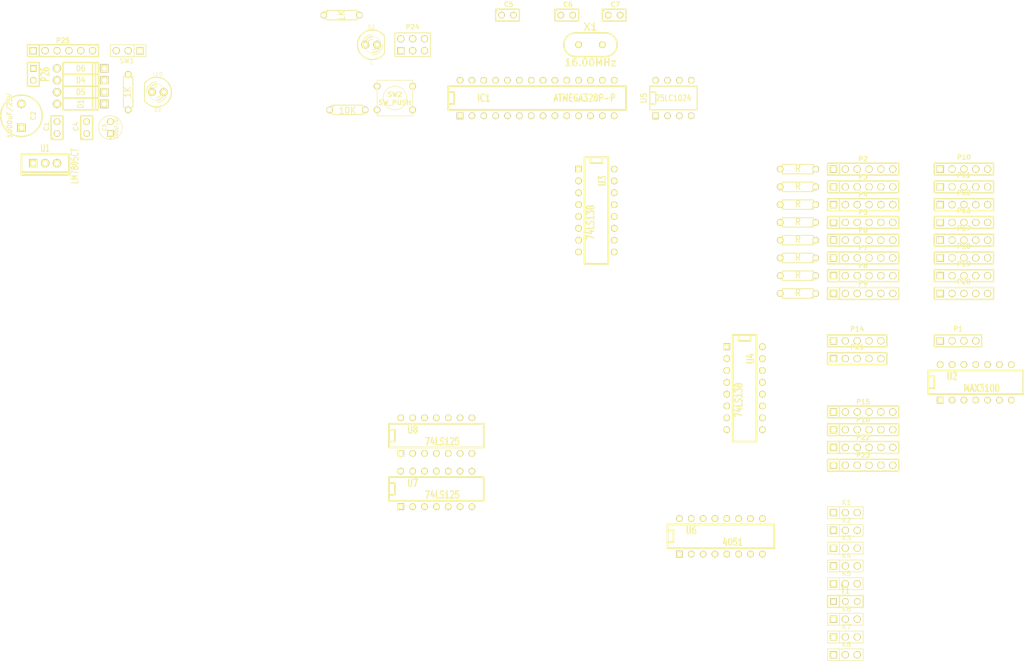
<source format=kicad_pcb>
(kicad_pcb (version 3) (host pcbnew "(2014-02-26 BZR 4721)-product")

  (general
    (links 280)
    (no_connects 280)
    (area 0 0 0 0)
    (thickness 1.6)
    (drawings 0)
    (tracks 0)
    (zones 0)
    (modules 71)
    (nets 74)
  )

  (page A4)
  (layers
    (15 F.Cu signal)
    (0 B.Cu signal)
    (16 B.Adhes user)
    (17 F.Adhes user)
    (18 B.Paste user)
    (19 F.Paste user)
    (20 B.SilkS user)
    (21 F.SilkS user)
    (22 B.Mask user)
    (23 F.Mask user)
    (24 Dwgs.User user)
    (25 Cmts.User user)
    (26 Eco1.User user)
    (27 Eco2.User user)
    (28 Edge.Cuts user)
  )

  (setup
    (last_trace_width 0.254)
    (trace_clearance 0.254)
    (zone_clearance 0.508)
    (zone_45_only no)
    (trace_min 0.254)
    (segment_width 0.2)
    (edge_width 0.15)
    (via_size 0.889)
    (via_drill 0.635)
    (via_min_size 0.889)
    (via_min_drill 0.508)
    (uvia_size 0.508)
    (uvia_drill 0.127)
    (uvias_allowed no)
    (uvia_min_size 0.508)
    (uvia_min_drill 0.127)
    (pcb_text_width 0.3)
    (pcb_text_size 1.5 1.5)
    (mod_edge_width 0.15)
    (mod_text_size 1.5 1.5)
    (mod_text_width 0.15)
    (pad_size 1.4 1.4)
    (pad_drill 0.6)
    (pad_to_mask_clearance 0.2)
    (aux_axis_origin 0 0)
    (visible_elements FFFFFF7F)
    (pcbplotparams
      (layerselection 3178497)
      (usegerberextensions true)
      (excludeedgelayer true)
      (linewidth 0.150000)
      (plotframeref false)
      (viasonmask false)
      (mode 1)
      (useauxorigin false)
      (hpglpennumber 1)
      (hpglpenspeed 20)
      (hpglpendiameter 15)
      (hpglpenoverlay 2)
      (psnegative false)
      (psa4output false)
      (plotreference true)
      (plotvalue true)
      (plotothertext true)
      (plotinvisibletext false)
      (padsonsilk false)
      (subtractmaskfromsilk false)
      (outputformat 1)
      (mirror false)
      (drillshape 1)
      (scaleselection 1)
      (outputdirectory ""))
  )

  (net 0 "")
  (net 1 +5V)
  (net 2 +9V)
  (net 3 /IO/A0)
  (net 4 /IO/A1)
  (net 5 /IO/A2)
  (net 6 /IO/A3)
  (net 7 /IO/ADDR_EN)
  (net 8 /IO/ANA0)
  (net 9 /IO/ANA1)
  (net 10 /IO/ANA2)
  (net 11 /IO/ANA3)
  (net 12 /IO/ANA4)
  (net 13 /IO/ANA5)
  (net 14 /IO/ANA6)
  (net 15 /IO/ANA7)
  (net 16 /IO/ANA_REF)
  (net 17 /IO/CS0)
  (net 18 /IO/CS1)
  (net 19 /IO/CS10)
  (net 20 /IO/CS11)
  (net 21 /IO/CS12)
  (net 22 /IO/CS13)
  (net 23 /IO/CS14)
  (net 24 /IO/CS15)
  (net 25 /IO/CS2)
  (net 26 /IO/CS3)
  (net 27 /IO/CS4)
  (net 28 /IO/CS5)
  (net 29 /IO/CS6)
  (net 30 /IO/CS7)
  (net 31 /IO/CS8)
  (net 32 /IO/CS9)
  (net 33 /MCU/A0)
  (net 34 /MCU/A1)
  (net 35 /MCU/A2)
  (net 36 /MCU/A3)
  (net 37 /MCU/A4)
  (net 38 /MCU/A5)
  (net 39 /MCU/D10)
  (net 40 /MCU/D11)
  (net 41 /MCU/D12)
  (net 42 /MCU/D13)
  (net 43 /MCU/D6)
  (net 44 /MCU/D7)
  (net 45 /MCU/D8)
  (net 46 /MCU/RTS)
  (net 47 /MCU/RX)
  (net 48 /MCU/TX)
  (net 49 /MCU/USB_5V)
  (net 50 /VIN_0)
  (net 51 /VIN_1)
  (net 52 GND)
  (net 53 "Net-(C3-Pad1)")
  (net 54 "Net-(C5-Pad1)")
  (net 55 "Net-(C6-Pad2)")
  (net 56 "Net-(C7-Pad2)")
  (net 57 "Net-(D2-Pad1)")
  (net 58 "Net-(D2-Pad2)")
  (net 59 "Net-(D3-Pad1)")
  (net 60 "Net-(P1-Pad3)")
  (net 61 "Net-(P1-Pad4)")
  (net 62 "Net-(P2-Pad3)")
  (net 63 "Net-(P3-Pad3)")
  (net 64 "Net-(P4-Pad3)")
  (net 65 "Net-(P5-Pad3)")
  (net 66 "Net-(P6-Pad3)")
  (net 67 "Net-(P7-Pad3)")
  (net 68 "Net-(P8-Pad3)")
  (net 69 "Net-(P9-Pad3)")
  (net 70 "Net-(U2-Pad11)")
  (net 71 "Net-(U2-Pad5)")
  (net 72 "Net-(U2-Pad8)")
  (net 73 "Net-(U2-Pad9)")

  (net_class Default "This is the default net class."
    (clearance 0.254)
    (trace_width 0.254)
    (via_dia 0.889)
    (via_drill 0.635)
    (uvia_dia 0.508)
    (uvia_drill 0.127)
    (add_net "")
    (add_net +5V)
    (add_net +9V)
    (add_net /IO/A0)
    (add_net /IO/A1)
    (add_net /IO/A2)
    (add_net /IO/A3)
    (add_net /IO/ADDR_EN)
    (add_net /IO/ANA0)
    (add_net /IO/ANA1)
    (add_net /IO/ANA2)
    (add_net /IO/ANA3)
    (add_net /IO/ANA4)
    (add_net /IO/ANA5)
    (add_net /IO/ANA6)
    (add_net /IO/ANA7)
    (add_net /IO/ANA_REF)
    (add_net /IO/CS0)
    (add_net /IO/CS1)
    (add_net /IO/CS10)
    (add_net /IO/CS11)
    (add_net /IO/CS12)
    (add_net /IO/CS13)
    (add_net /IO/CS14)
    (add_net /IO/CS15)
    (add_net /IO/CS2)
    (add_net /IO/CS3)
    (add_net /IO/CS4)
    (add_net /IO/CS5)
    (add_net /IO/CS6)
    (add_net /IO/CS7)
    (add_net /IO/CS8)
    (add_net /IO/CS9)
    (add_net /MCU/A0)
    (add_net /MCU/A1)
    (add_net /MCU/A2)
    (add_net /MCU/A3)
    (add_net /MCU/A4)
    (add_net /MCU/A5)
    (add_net /MCU/D10)
    (add_net /MCU/D11)
    (add_net /MCU/D12)
    (add_net /MCU/D13)
    (add_net /MCU/D6)
    (add_net /MCU/D7)
    (add_net /MCU/D8)
    (add_net /MCU/RTS)
    (add_net /MCU/RX)
    (add_net /MCU/TX)
    (add_net /MCU/USB_5V)
    (add_net /VIN_0)
    (add_net /VIN_1)
    (add_net GND)
    (add_net "Net-(C3-Pad1)")
    (add_net "Net-(C5-Pad1)")
    (add_net "Net-(C6-Pad2)")
    (add_net "Net-(C7-Pad2)")
    (add_net "Net-(D2-Pad1)")
    (add_net "Net-(D2-Pad2)")
    (add_net "Net-(D3-Pad1)")
    (add_net "Net-(P1-Pad3)")
    (add_net "Net-(P1-Pad4)")
    (add_net "Net-(P2-Pad3)")
    (add_net "Net-(P3-Pad3)")
    (add_net "Net-(P4-Pad3)")
    (add_net "Net-(P5-Pad3)")
    (add_net "Net-(P6-Pad3)")
    (add_net "Net-(P7-Pad3)")
    (add_net "Net-(P8-Pad3)")
    (add_net "Net-(P9-Pad3)")
    (add_net "Net-(U2-Pad11)")
    (add_net "Net-(U2-Pad5)")
    (add_net "Net-(U2-Pad8)")
    (add_net "Net-(U2-Pad9)")
  )

  (module discret:C1 (layer F.Cu) (tedit 3F92C496) (tstamp 535E8144)
    (at 36.83 40.64 90)
    (descr "Condensateur e = 1 pas")
    (tags C)
    (path /535DA1CA)
    (fp_text reference C1 (at 0.254 -2.286 90) (layer F.SilkS)
      (effects (font (size 1.016 1.016) (thickness 0.2032)))
    )
    (fp_text value 0.1uF (at 0 -2.286 90) (layer F.SilkS) hide
      (effects (font (size 1.016 1.016) (thickness 0.2032)))
    )
    (fp_line (start -2.4892 -1.27) (end 2.54 -1.27) (layer F.SilkS) (width 0.3048))
    (fp_line (start 2.54 -1.27) (end 2.54 1.27) (layer F.SilkS) (width 0.3048))
    (fp_line (start 2.54 1.27) (end -2.54 1.27) (layer F.SilkS) (width 0.3048))
    (fp_line (start -2.54 1.27) (end -2.54 -1.27) (layer F.SilkS) (width 0.3048))
    (fp_line (start -2.54 -0.635) (end -1.905 -1.27) (layer F.SilkS) (width 0.3048))
    (pad 1 thru_hole circle (at -1.27 0 90) (size 1.397 1.397) (drill 0.8128) (layers *.Cu *.Mask F.SilkS)
      (net 2 +9V))
    (pad 2 thru_hole circle (at 1.27 0 90) (size 1.397 1.397) (drill 0.8128) (layers *.Cu *.Mask F.SilkS)
      (net 52 GND))
    (model discret/capa_1_pas.wrl
      (at (xyz 0 0 0))
      (scale (xyz 1 1 1))
      (rotate (xyz 0 0 0))
    )
  )

  (module discret:C1V5 (layer F.Cu) (tedit 3E070CF4) (tstamp 535D83DA)
    (at 48.26 40.64 90)
    (descr "Condensateur e = 1 pas")
    (tags C)
    (path /535D8ABF)
    (fp_text reference C3 (at 0 -1.26746 90) (layer F.SilkS)
      (effects (font (size 0.762 0.762) (thickness 0.127)))
    )
    (fp_text value 100uF/6V (at 0 1.27 90) (layer F.SilkS)
      (effects (font (size 0.762 0.635) (thickness 0.127)))
    )
    (fp_text user + (at -2.286 0 90) (layer F.SilkS)
      (effects (font (size 0.762 0.762) (thickness 0.2032)))
    )
    (fp_circle (center 0 0) (end 0.127 -2.54) (layer F.SilkS) (width 0.127))
    (pad 1 thru_hole rect (at -1.27 0 90) (size 1.397 1.397) (drill 0.8128) (layers *.Cu *.Mask F.SilkS)
      (net 53 "Net-(C3-Pad1)"))
    (pad 2 thru_hole circle (at 1.27 0 90) (size 1.397 1.397) (drill 0.8128) (layers *.Cu *.Mask F.SilkS)
      (net 52 GND))
    (model discret/c_vert_c1v5.wrl
      (at (xyz 0 0 0))
      (scale (xyz 1 1 1))
      (rotate (xyz 0 0 0))
    )
  )

  (module discret:C1 (layer F.Cu) (tedit 3F92C496) (tstamp 535E1BAF)
    (at 43.18 40.64 90)
    (descr "Condensateur e = 1 pas")
    (tags C)
    (path /535D8C8E)
    (fp_text reference C4 (at 0.254 -2.286 90) (layer F.SilkS)
      (effects (font (size 1.016 1.016) (thickness 0.2032)))
    )
    (fp_text value 0.1uF (at 0 -2.286 90) (layer F.SilkS) hide
      (effects (font (size 1.016 1.016) (thickness 0.2032)))
    )
    (fp_line (start -2.4892 -1.27) (end 2.54 -1.27) (layer F.SilkS) (width 0.3048))
    (fp_line (start 2.54 -1.27) (end 2.54 1.27) (layer F.SilkS) (width 0.3048))
    (fp_line (start 2.54 1.27) (end -2.54 1.27) (layer F.SilkS) (width 0.3048))
    (fp_line (start -2.54 1.27) (end -2.54 -1.27) (layer F.SilkS) (width 0.3048))
    (fp_line (start -2.54 -0.635) (end -1.905 -1.27) (layer F.SilkS) (width 0.3048))
    (pad 1 thru_hole circle (at -1.27 0 90) (size 1.397 1.397) (drill 0.8128) (layers *.Cu *.Mask F.SilkS)
      (net 53 "Net-(C3-Pad1)"))
    (pad 2 thru_hole circle (at 1.27 0 90) (size 1.397 1.397) (drill 0.8128) (layers *.Cu *.Mask F.SilkS)
      (net 52 GND))
    (model discret/capa_1_pas.wrl
      (at (xyz 0 0 0))
      (scale (xyz 1 1 1))
      (rotate (xyz 0 0 0))
    )
  )

  (module discret:C1 (layer F.Cu) (tedit 3F92C496) (tstamp 535D83F0)
    (at 133.35 16.51)
    (descr "Condensateur e = 1 pas")
    (tags C)
    (path /535D5480/535DB1BA)
    (fp_text reference C5 (at 0.254 -2.286) (layer F.SilkS)
      (effects (font (size 1.016 1.016) (thickness 0.2032)))
    )
    (fp_text value 0.1uF (at 0 -2.286) (layer F.SilkS) hide
      (effects (font (size 1.016 1.016) (thickness 0.2032)))
    )
    (fp_line (start -2.4892 -1.27) (end 2.54 -1.27) (layer F.SilkS) (width 0.3048))
    (fp_line (start 2.54 -1.27) (end 2.54 1.27) (layer F.SilkS) (width 0.3048))
    (fp_line (start 2.54 1.27) (end -2.54 1.27) (layer F.SilkS) (width 0.3048))
    (fp_line (start -2.54 1.27) (end -2.54 -1.27) (layer F.SilkS) (width 0.3048))
    (fp_line (start -2.54 -0.635) (end -1.905 -1.27) (layer F.SilkS) (width 0.3048))
    (pad 1 thru_hole circle (at -1.27 0) (size 1.397 1.397) (drill 0.8128) (layers *.Cu *.Mask F.SilkS)
      (net 54 "Net-(C5-Pad1)"))
    (pad 2 thru_hole circle (at 1.27 0) (size 1.397 1.397) (drill 0.8128) (layers *.Cu *.Mask F.SilkS)
      (net 46 /MCU/RTS))
    (model discret/capa_1_pas.wrl
      (at (xyz 0 0 0))
      (scale (xyz 1 1 1))
      (rotate (xyz 0 0 0))
    )
  )

  (module discret:C1 (layer F.Cu) (tedit 3F92C496) (tstamp 535D83FB)
    (at 146.05 16.51)
    (descr "Condensateur e = 1 pas")
    (tags C)
    (path /535D5480/535DAAC1)
    (fp_text reference C6 (at 0.254 -2.286) (layer F.SilkS)
      (effects (font (size 1.016 1.016) (thickness 0.2032)))
    )
    (fp_text value 22pf (at 0 -2.286) (layer F.SilkS) hide
      (effects (font (size 1.016 1.016) (thickness 0.2032)))
    )
    (fp_line (start -2.4892 -1.27) (end 2.54 -1.27) (layer F.SilkS) (width 0.3048))
    (fp_line (start 2.54 -1.27) (end 2.54 1.27) (layer F.SilkS) (width 0.3048))
    (fp_line (start 2.54 1.27) (end -2.54 1.27) (layer F.SilkS) (width 0.3048))
    (fp_line (start -2.54 1.27) (end -2.54 -1.27) (layer F.SilkS) (width 0.3048))
    (fp_line (start -2.54 -0.635) (end -1.905 -1.27) (layer F.SilkS) (width 0.3048))
    (pad 1 thru_hole circle (at -1.27 0) (size 1.397 1.397) (drill 0.8128) (layers *.Cu *.Mask F.SilkS)
      (net 52 GND))
    (pad 2 thru_hole circle (at 1.27 0) (size 1.397 1.397) (drill 0.8128) (layers *.Cu *.Mask F.SilkS)
      (net 55 "Net-(C6-Pad2)"))
    (model discret/capa_1_pas.wrl
      (at (xyz 0 0 0))
      (scale (xyz 1 1 1))
      (rotate (xyz 0 0 0))
    )
  )

  (module discret:C1 (layer F.Cu) (tedit 3F92C496) (tstamp 535D8406)
    (at 156.21 16.51)
    (descr "Condensateur e = 1 pas")
    (tags C)
    (path /535D5480/535DAAEE)
    (fp_text reference C7 (at 0.254 -2.286) (layer F.SilkS)
      (effects (font (size 1.016 1.016) (thickness 0.2032)))
    )
    (fp_text value 22pf (at 0 -2.286) (layer F.SilkS) hide
      (effects (font (size 1.016 1.016) (thickness 0.2032)))
    )
    (fp_line (start -2.4892 -1.27) (end 2.54 -1.27) (layer F.SilkS) (width 0.3048))
    (fp_line (start 2.54 -1.27) (end 2.54 1.27) (layer F.SilkS) (width 0.3048))
    (fp_line (start 2.54 1.27) (end -2.54 1.27) (layer F.SilkS) (width 0.3048))
    (fp_line (start -2.54 1.27) (end -2.54 -1.27) (layer F.SilkS) (width 0.3048))
    (fp_line (start -2.54 -0.635) (end -1.905 -1.27) (layer F.SilkS) (width 0.3048))
    (pad 1 thru_hole circle (at -1.27 0) (size 1.397 1.397) (drill 0.8128) (layers *.Cu *.Mask F.SilkS)
      (net 52 GND))
    (pad 2 thru_hole circle (at 1.27 0) (size 1.397 1.397) (drill 0.8128) (layers *.Cu *.Mask F.SilkS)
      (net 56 "Net-(C7-Pad2)"))
    (model discret/capa_1_pas.wrl
      (at (xyz 0 0 0))
      (scale (xyz 1 1 1))
      (rotate (xyz 0 0 0))
    )
  )

  (module discret:D4 (layer F.Cu) (tedit 535DC0E0) (tstamp 535DD7E8)
    (at 41.91 35.56)
    (descr "Diode 4 pas")
    (tags "DIODE DEV")
    (path /535E2E1E)
    (fp_text reference D1 (at 0 0 90) (layer F.SilkS)
      (effects (font (size 1.27 1.016) (thickness 0.2032)))
    )
    (fp_text value 1N4007 (at 0 0) (layer F.SilkS) hide
      (effects (font (size 1.27 1.016) (thickness 0.2032)))
    )
    (fp_line (start -3.81 -1.27) (end 3.81 -1.27) (layer F.SilkS) (width 0.3048))
    (fp_line (start 3.81 -1.27) (end 3.81 1.27) (layer F.SilkS) (width 0.3048))
    (fp_line (start 3.81 1.27) (end -3.81 1.27) (layer F.SilkS) (width 0.3048))
    (fp_line (start -3.81 1.27) (end -3.81 -1.27) (layer F.SilkS) (width 0.3048))
    (fp_line (start 3.175 -1.27) (end 3.175 1.27) (layer F.SilkS) (width 0.3048))
    (fp_line (start 2.54 1.27) (end 2.54 -1.27) (layer F.SilkS) (width 0.3048))
    (fp_line (start -3.81 0) (end -5.08 0) (layer F.SilkS) (width 0.3048))
    (fp_line (start 3.81 0) (end 5.08 0) (layer F.SilkS) (width 0.3048))
    (pad 1 thru_hole circle (at -5.08 0) (size 1.778 1.778) (drill 1.016) (layers *.Cu *.Mask F.SilkS)
      (net 52 GND))
    (pad 2 thru_hole rect (at 5.08 0) (size 1.778 1.778) (drill 1.016) (layers *.Cu *.Mask F.SilkS)
      (net 51 /VIN_1))
    (model discret/diode.wrl
      (at (xyz 0 0 0))
      (scale (xyz 0.4 0.4 0.4))
      (rotate (xyz 0 0 0))
    )
  )

  (module led:LED-5MM (layer F.Cu) (tedit 50ADE86B) (tstamp 535D842F)
    (at 58.42 33.02 180)
    (descr "LED 5mm - Lead pitch 100mil (2,54mm)")
    (tags "LED led 5mm 5MM 100mil 2,54mm")
    (path /535DC791)
    (fp_text reference D2 (at 0 -3.81 180) (layer F.SilkS)
      (effects (font (size 0.762 0.762) (thickness 0.0889)))
    )
    (fp_text value LED (at 0 3.81 180) (layer F.SilkS)
      (effects (font (size 0.762 0.762) (thickness 0.0889)))
    )
    (fp_line (start 2.8448 1.905) (end 2.8448 -1.905) (layer F.SilkS) (width 0.2032))
    (fp_circle (center 0.254 0) (end -1.016 1.27) (layer F.SilkS) (width 0.0762))
    (fp_arc (start 0.254 0) (end 2.794 1.905) (angle 286.2) (layer F.SilkS) (width 0.254))
    (fp_arc (start 0.254 0) (end -0.889 0) (angle 90) (layer F.SilkS) (width 0.1524))
    (fp_arc (start 0.254 0) (end 1.397 0) (angle 90) (layer F.SilkS) (width 0.1524))
    (fp_arc (start 0.254 0) (end -1.397 0) (angle 90) (layer F.SilkS) (width 0.1524))
    (fp_arc (start 0.254 0) (end 1.905 0) (angle 90) (layer F.SilkS) (width 0.1524))
    (fp_arc (start 0.254 0) (end -1.905 0) (angle 90) (layer F.SilkS) (width 0.1524))
    (fp_arc (start 0.254 0) (end 2.413 0) (angle 90) (layer F.SilkS) (width 0.1524))
    (pad 1 thru_hole circle (at -1.27 0 180) (size 1.6764 1.6764) (drill 0.8128) (layers *.Cu *.Mask F.SilkS)
      (net 57 "Net-(D2-Pad1)"))
    (pad 2 thru_hole circle (at 1.27 0 180) (size 1.6764 1.6764) (drill 0.8128) (layers *.Cu *.Mask F.SilkS)
      (net 58 "Net-(D2-Pad2)"))
    (model discret/leds/led5_vertical_verde.wrl
      (at (xyz 0 0 0))
      (scale (xyz 1 1 1))
      (rotate (xyz 0 0 0))
    )
  )

  (module led:LED-5MM (layer F.Cu) (tedit 50ADE86B) (tstamp 535D843E)
    (at 104.14 22.86)
    (descr "LED 5mm - Lead pitch 100mil (2,54mm)")
    (tags "LED led 5mm 5MM 100mil 2,54mm")
    (path /535D5480/535E3E55)
    (fp_text reference D3 (at 0 -3.81) (layer F.SilkS)
      (effects (font (size 0.762 0.762) (thickness 0.0889)))
    )
    (fp_text value L (at 0 3.81) (layer F.SilkS)
      (effects (font (size 0.762 0.762) (thickness 0.0889)))
    )
    (fp_line (start 2.8448 1.905) (end 2.8448 -1.905) (layer F.SilkS) (width 0.2032))
    (fp_circle (center 0.254 0) (end -1.016 1.27) (layer F.SilkS) (width 0.0762))
    (fp_arc (start 0.254 0) (end 2.794 1.905) (angle 286.2) (layer F.SilkS) (width 0.254))
    (fp_arc (start 0.254 0) (end -0.889 0) (angle 90) (layer F.SilkS) (width 0.1524))
    (fp_arc (start 0.254 0) (end 1.397 0) (angle 90) (layer F.SilkS) (width 0.1524))
    (fp_arc (start 0.254 0) (end -1.397 0) (angle 90) (layer F.SilkS) (width 0.1524))
    (fp_arc (start 0.254 0) (end 1.905 0) (angle 90) (layer F.SilkS) (width 0.1524))
    (fp_arc (start 0.254 0) (end -1.905 0) (angle 90) (layer F.SilkS) (width 0.1524))
    (fp_arc (start 0.254 0) (end 2.413 0) (angle 90) (layer F.SilkS) (width 0.1524))
    (pad 1 thru_hole circle (at -1.27 0) (size 1.6764 1.6764) (drill 0.8128) (layers *.Cu *.Mask F.SilkS)
      (net 59 "Net-(D3-Pad1)"))
    (pad 2 thru_hole circle (at 1.27 0) (size 1.6764 1.6764) (drill 0.8128) (layers *.Cu *.Mask F.SilkS)
      (net 52 GND))
    (model discret/leds/led5_vertical_verde.wrl
      (at (xyz 0 0 0))
      (scale (xyz 1 1 1))
      (rotate (xyz 0 0 0))
    )
  )

  (module dip_sockets:DIP-28__300 (layer F.Cu) (tedit 200000) (tstamp 535D8465)
    (at 139.7 34.29)
    (descr "28 pins DIL package, round pads, width 300mil")
    (tags DIL)
    (path /535D5480/535D55C4)
    (fp_text reference IC1 (at -11.43 0) (layer F.SilkS)
      (effects (font (size 1.524 1.143) (thickness 0.3048)))
    )
    (fp_text value ATMEGA328P-P (at 10.16 0) (layer F.SilkS)
      (effects (font (size 1.524 1.143) (thickness 0.3048)))
    )
    (fp_line (start -19.05 -2.54) (end 19.05 -2.54) (layer F.SilkS) (width 0.381))
    (fp_line (start 19.05 -2.54) (end 19.05 2.54) (layer F.SilkS) (width 0.381))
    (fp_line (start 19.05 2.54) (end -19.05 2.54) (layer F.SilkS) (width 0.381))
    (fp_line (start -19.05 2.54) (end -19.05 -2.54) (layer F.SilkS) (width 0.381))
    (fp_line (start -19.05 -1.27) (end -17.78 -1.27) (layer F.SilkS) (width 0.381))
    (fp_line (start -17.78 -1.27) (end -17.78 1.27) (layer F.SilkS) (width 0.381))
    (fp_line (start -17.78 1.27) (end -19.05 1.27) (layer F.SilkS) (width 0.381))
    (pad 2 thru_hole circle (at -13.97 3.81) (size 1.397 1.397) (drill 0.8128) (layers *.Cu *.Mask F.SilkS)
      (net 47 /MCU/RX))
    (pad 3 thru_hole circle (at -11.43 3.81) (size 1.397 1.397) (drill 0.8128) (layers *.Cu *.Mask F.SilkS)
      (net 48 /MCU/TX))
    (pad 4 thru_hole circle (at -8.89 3.81) (size 1.397 1.397) (drill 0.8128) (layers *.Cu *.Mask F.SilkS)
      (net 3 /IO/A0))
    (pad 5 thru_hole circle (at -6.35 3.81) (size 1.397 1.397) (drill 0.8128) (layers *.Cu *.Mask F.SilkS)
      (net 4 /IO/A1))
    (pad 6 thru_hole circle (at -3.81 3.81) (size 1.397 1.397) (drill 0.8128) (layers *.Cu *.Mask F.SilkS)
      (net 5 /IO/A2))
    (pad 7 thru_hole circle (at -1.27 3.81) (size 1.397 1.397) (drill 0.8128) (layers *.Cu *.Mask F.SilkS)
      (net 1 +5V))
    (pad 8 thru_hole circle (at 1.27 3.81) (size 1.397 1.397) (drill 0.8128) (layers *.Cu *.Mask F.SilkS)
      (net 52 GND))
    (pad 9 thru_hole circle (at 3.81 3.81) (size 1.397 1.397) (drill 0.8128) (layers *.Cu *.Mask F.SilkS)
      (net 55 "Net-(C6-Pad2)"))
    (pad 10 thru_hole circle (at 6.35 3.81) (size 1.397 1.397) (drill 0.8128) (layers *.Cu *.Mask F.SilkS)
      (net 56 "Net-(C7-Pad2)"))
    (pad 11 thru_hole circle (at 8.89 3.81) (size 1.397 1.397) (drill 0.8128) (layers *.Cu *.Mask F.SilkS)
      (net 6 /IO/A3))
    (pad 12 thru_hole circle (at 11.43 3.81) (size 1.397 1.397) (drill 0.8128) (layers *.Cu *.Mask F.SilkS)
      (net 43 /MCU/D6))
    (pad 13 thru_hole circle (at 13.97 3.81) (size 1.397 1.397) (drill 0.8128) (layers *.Cu *.Mask F.SilkS)
      (net 44 /MCU/D7))
    (pad 14 thru_hole circle (at 16.51 3.81) (size 1.397 1.397) (drill 0.8128) (layers *.Cu *.Mask F.SilkS)
      (net 45 /MCU/D8))
    (pad 1 thru_hole rect (at -16.51 3.81) (size 1.397 1.397) (drill 0.8128) (layers *.Cu *.Mask F.SilkS)
      (net 54 "Net-(C5-Pad1)"))
    (pad 15 thru_hole circle (at 16.51 -3.81) (size 1.397 1.397) (drill 0.8128) (layers *.Cu *.Mask F.SilkS)
      (net 7 /IO/ADDR_EN))
    (pad 16 thru_hole circle (at 13.97 -3.81) (size 1.397 1.397) (drill 0.8128) (layers *.Cu *.Mask F.SilkS)
      (net 39 /MCU/D10))
    (pad 17 thru_hole circle (at 11.43 -3.81) (size 1.397 1.397) (drill 0.8128) (layers *.Cu *.Mask F.SilkS)
      (net 40 /MCU/D11))
    (pad 18 thru_hole circle (at 8.89 -3.81) (size 1.397 1.397) (drill 0.8128) (layers *.Cu *.Mask F.SilkS)
      (net 41 /MCU/D12))
    (pad 19 thru_hole circle (at 6.35 -3.81) (size 1.397 1.397) (drill 0.8128) (layers *.Cu *.Mask F.SilkS)
      (net 42 /MCU/D13))
    (pad 20 thru_hole circle (at 3.81 -3.81) (size 1.397 1.397) (drill 0.8128) (layers *.Cu *.Mask F.SilkS)
      (net 1 +5V))
    (pad 21 thru_hole circle (at 1.27 -3.81) (size 1.397 1.397) (drill 0.8128) (layers *.Cu *.Mask F.SilkS)
      (net 16 /IO/ANA_REF))
    (pad 22 thru_hole circle (at -1.27 -3.81) (size 1.397 1.397) (drill 0.8128) (layers *.Cu *.Mask F.SilkS)
      (net 52 GND))
    (pad 23 thru_hole circle (at -3.81 -3.81) (size 1.397 1.397) (drill 0.8128) (layers *.Cu *.Mask F.SilkS)
      (net 33 /MCU/A0))
    (pad 24 thru_hole circle (at -6.35 -3.81) (size 1.397 1.397) (drill 0.8128) (layers *.Cu *.Mask F.SilkS)
      (net 34 /MCU/A1))
    (pad 25 thru_hole circle (at -8.89 -3.81) (size 1.397 1.397) (drill 0.8128) (layers *.Cu *.Mask F.SilkS)
      (net 35 /MCU/A2))
    (pad 26 thru_hole circle (at -11.43 -3.81) (size 1.397 1.397) (drill 0.8128) (layers *.Cu *.Mask F.SilkS)
      (net 36 /MCU/A3))
    (pad 27 thru_hole circle (at -13.97 -3.81) (size 1.397 1.397) (drill 0.8128) (layers *.Cu *.Mask F.SilkS)
      (net 37 /MCU/A4))
    (pad 28 thru_hole circle (at -16.51 -3.81) (size 1.397 1.397) (drill 0.8128) (layers *.Cu *.Mask F.SilkS)
      (net 38 /MCU/A5))
    (model dil/dil_28-w300.wrl
      (at (xyz 0 0 0))
      (scale (xyz 1 1 1))
      (rotate (xyz 0 0 0))
    )
  )

  (module discret:R3 (layer F.Cu) (tedit 4E4C0E65) (tstamp 535E1CEA)
    (at 52.07 33.02 270)
    (descr "Resitance 3 pas")
    (tags R)
    (path /535E0AA7)
    (autoplace_cost180 10)
    (fp_text reference R1 (at 0 0.127 270) (layer F.SilkS) hide
      (effects (font (size 1.397 1.27) (thickness 0.2032)))
    )
    (fp_text value 1K (at 0 0.127 270) (layer F.SilkS)
      (effects (font (size 1.397 1.27) (thickness 0.2032)))
    )
    (fp_line (start -3.81 0) (end -3.302 0) (layer F.SilkS) (width 0.2032))
    (fp_line (start 3.81 0) (end 3.302 0) (layer F.SilkS) (width 0.2032))
    (fp_line (start 3.302 0) (end 3.302 -1.016) (layer F.SilkS) (width 0.2032))
    (fp_line (start 3.302 -1.016) (end -3.302 -1.016) (layer F.SilkS) (width 0.2032))
    (fp_line (start -3.302 -1.016) (end -3.302 1.016) (layer F.SilkS) (width 0.2032))
    (fp_line (start -3.302 1.016) (end 3.302 1.016) (layer F.SilkS) (width 0.2032))
    (fp_line (start 3.302 1.016) (end 3.302 0) (layer F.SilkS) (width 0.2032))
    (fp_line (start -3.302 -0.508) (end -2.794 -1.016) (layer F.SilkS) (width 0.2032))
    (pad 1 thru_hole circle (at -3.81 0 270) (size 1.397 1.397) (drill 0.8128) (layers *.Cu *.Mask F.SilkS)
      (net 58 "Net-(D2-Pad2)"))
    (pad 2 thru_hole circle (at 3.81 0 270) (size 1.397 1.397) (drill 0.8128) (layers *.Cu *.Mask F.SilkS)
      (net 52 GND))
    (model discret/resistor.wrl
      (at (xyz 0 0 0))
      (scale (xyz 0.3 0.3 0.3))
      (rotate (xyz 0 0 0))
    )
  )

  (module discret:R3 (layer F.Cu) (tedit 4E4C0E65) (tstamp 535D8650)
    (at 195.58 49.53 180)
    (descr "Resitance 3 pas")
    (tags R)
    (path /5358284F/53538ACB)
    (autoplace_cost180 10)
    (fp_text reference R2 (at 0 0.127 180) (layer F.SilkS) hide
      (effects (font (size 1.397 1.27) (thickness 0.2032)))
    )
    (fp_text value R (at 0 0.127 180) (layer F.SilkS)
      (effects (font (size 1.397 1.27) (thickness 0.2032)))
    )
    (fp_line (start -3.81 0) (end -3.302 0) (layer F.SilkS) (width 0.2032))
    (fp_line (start 3.81 0) (end 3.302 0) (layer F.SilkS) (width 0.2032))
    (fp_line (start 3.302 0) (end 3.302 -1.016) (layer F.SilkS) (width 0.2032))
    (fp_line (start 3.302 -1.016) (end -3.302 -1.016) (layer F.SilkS) (width 0.2032))
    (fp_line (start -3.302 -1.016) (end -3.302 1.016) (layer F.SilkS) (width 0.2032))
    (fp_line (start -3.302 1.016) (end 3.302 1.016) (layer F.SilkS) (width 0.2032))
    (fp_line (start 3.302 1.016) (end 3.302 0) (layer F.SilkS) (width 0.2032))
    (fp_line (start -3.302 -0.508) (end -2.794 -1.016) (layer F.SilkS) (width 0.2032))
    (pad 1 thru_hole circle (at -3.81 0 180) (size 1.397 1.397) (drill 0.8128) (layers *.Cu *.Mask F.SilkS)
      (net 62 "Net-(P2-Pad3)"))
    (pad 2 thru_hole circle (at 3.81 0 180) (size 1.397 1.397) (drill 0.8128) (layers *.Cu *.Mask F.SilkS)
      (net 52 GND))
    (model discret/resistor.wrl
      (at (xyz 0 0 0))
      (scale (xyz 0.3 0.3 0.3))
      (rotate (xyz 0 0 0))
    )
  )

  (module discret:R3 (layer F.Cu) (tedit 4E4C0E65) (tstamp 535D865E)
    (at 195.58 53.34 180)
    (descr "Resitance 3 pas")
    (tags R)
    (path /5358284F/53538AD6)
    (autoplace_cost180 10)
    (fp_text reference R3 (at 0 0.127 180) (layer F.SilkS) hide
      (effects (font (size 1.397 1.27) (thickness 0.2032)))
    )
    (fp_text value R (at 0 0.127 180) (layer F.SilkS)
      (effects (font (size 1.397 1.27) (thickness 0.2032)))
    )
    (fp_line (start -3.81 0) (end -3.302 0) (layer F.SilkS) (width 0.2032))
    (fp_line (start 3.81 0) (end 3.302 0) (layer F.SilkS) (width 0.2032))
    (fp_line (start 3.302 0) (end 3.302 -1.016) (layer F.SilkS) (width 0.2032))
    (fp_line (start 3.302 -1.016) (end -3.302 -1.016) (layer F.SilkS) (width 0.2032))
    (fp_line (start -3.302 -1.016) (end -3.302 1.016) (layer F.SilkS) (width 0.2032))
    (fp_line (start -3.302 1.016) (end 3.302 1.016) (layer F.SilkS) (width 0.2032))
    (fp_line (start 3.302 1.016) (end 3.302 0) (layer F.SilkS) (width 0.2032))
    (fp_line (start -3.302 -0.508) (end -2.794 -1.016) (layer F.SilkS) (width 0.2032))
    (pad 1 thru_hole circle (at -3.81 0 180) (size 1.397 1.397) (drill 0.8128) (layers *.Cu *.Mask F.SilkS)
      (net 63 "Net-(P3-Pad3)"))
    (pad 2 thru_hole circle (at 3.81 0 180) (size 1.397 1.397) (drill 0.8128) (layers *.Cu *.Mask F.SilkS)
      (net 52 GND))
    (model discret/resistor.wrl
      (at (xyz 0 0 0))
      (scale (xyz 0.3 0.3 0.3))
      (rotate (xyz 0 0 0))
    )
  )

  (module discret:R3 (layer F.Cu) (tedit 4E4C0E65) (tstamp 535DDC1D)
    (at 195.58 57.15 180)
    (descr "Resitance 3 pas")
    (tags R)
    (path /5358284F/53538AE1)
    (autoplace_cost180 10)
    (fp_text reference R4 (at 0 0.127 180) (layer F.SilkS) hide
      (effects (font (size 1.397 1.27) (thickness 0.2032)))
    )
    (fp_text value R (at 0 0.127 180) (layer F.SilkS)
      (effects (font (size 1.397 1.27) (thickness 0.2032)))
    )
    (fp_line (start -3.81 0) (end -3.302 0) (layer F.SilkS) (width 0.2032))
    (fp_line (start 3.81 0) (end 3.302 0) (layer F.SilkS) (width 0.2032))
    (fp_line (start 3.302 0) (end 3.302 -1.016) (layer F.SilkS) (width 0.2032))
    (fp_line (start 3.302 -1.016) (end -3.302 -1.016) (layer F.SilkS) (width 0.2032))
    (fp_line (start -3.302 -1.016) (end -3.302 1.016) (layer F.SilkS) (width 0.2032))
    (fp_line (start -3.302 1.016) (end 3.302 1.016) (layer F.SilkS) (width 0.2032))
    (fp_line (start 3.302 1.016) (end 3.302 0) (layer F.SilkS) (width 0.2032))
    (fp_line (start -3.302 -0.508) (end -2.794 -1.016) (layer F.SilkS) (width 0.2032))
    (pad 1 thru_hole circle (at -3.81 0 180) (size 1.397 1.397) (drill 0.8128) (layers *.Cu *.Mask F.SilkS)
      (net 64 "Net-(P4-Pad3)"))
    (pad 2 thru_hole circle (at 3.81 0 180) (size 1.397 1.397) (drill 0.8128) (layers *.Cu *.Mask F.SilkS)
      (net 52 GND))
    (model discret/resistor.wrl
      (at (xyz 0 0 0))
      (scale (xyz 0.3 0.3 0.3))
      (rotate (xyz 0 0 0))
    )
  )

  (module discret:R3 (layer F.Cu) (tedit 4E4C0E65) (tstamp 535D867A)
    (at 195.58 60.96 180)
    (descr "Resitance 3 pas")
    (tags R)
    (path /5358284F/53538AEC)
    (autoplace_cost180 10)
    (fp_text reference R5 (at 0 0.127 180) (layer F.SilkS) hide
      (effects (font (size 1.397 1.27) (thickness 0.2032)))
    )
    (fp_text value R (at 0 0.127 180) (layer F.SilkS)
      (effects (font (size 1.397 1.27) (thickness 0.2032)))
    )
    (fp_line (start -3.81 0) (end -3.302 0) (layer F.SilkS) (width 0.2032))
    (fp_line (start 3.81 0) (end 3.302 0) (layer F.SilkS) (width 0.2032))
    (fp_line (start 3.302 0) (end 3.302 -1.016) (layer F.SilkS) (width 0.2032))
    (fp_line (start 3.302 -1.016) (end -3.302 -1.016) (layer F.SilkS) (width 0.2032))
    (fp_line (start -3.302 -1.016) (end -3.302 1.016) (layer F.SilkS) (width 0.2032))
    (fp_line (start -3.302 1.016) (end 3.302 1.016) (layer F.SilkS) (width 0.2032))
    (fp_line (start 3.302 1.016) (end 3.302 0) (layer F.SilkS) (width 0.2032))
    (fp_line (start -3.302 -0.508) (end -2.794 -1.016) (layer F.SilkS) (width 0.2032))
    (pad 1 thru_hole circle (at -3.81 0 180) (size 1.397 1.397) (drill 0.8128) (layers *.Cu *.Mask F.SilkS)
      (net 65 "Net-(P5-Pad3)"))
    (pad 2 thru_hole circle (at 3.81 0 180) (size 1.397 1.397) (drill 0.8128) (layers *.Cu *.Mask F.SilkS)
      (net 52 GND))
    (model discret/resistor.wrl
      (at (xyz 0 0 0))
      (scale (xyz 0.3 0.3 0.3))
      (rotate (xyz 0 0 0))
    )
  )

  (module discret:R3 (layer F.Cu) (tedit 4E4C0E65) (tstamp 535DDC90)
    (at 195.58 64.77 180)
    (descr "Resitance 3 pas")
    (tags R)
    (path /5358284F/53537D43)
    (autoplace_cost180 10)
    (fp_text reference R6 (at 0 0.127 180) (layer F.SilkS) hide
      (effects (font (size 1.397 1.27) (thickness 0.2032)))
    )
    (fp_text value R (at 0 0.127 180) (layer F.SilkS)
      (effects (font (size 1.397 1.27) (thickness 0.2032)))
    )
    (fp_line (start -3.81 0) (end -3.302 0) (layer F.SilkS) (width 0.2032))
    (fp_line (start 3.81 0) (end 3.302 0) (layer F.SilkS) (width 0.2032))
    (fp_line (start 3.302 0) (end 3.302 -1.016) (layer F.SilkS) (width 0.2032))
    (fp_line (start 3.302 -1.016) (end -3.302 -1.016) (layer F.SilkS) (width 0.2032))
    (fp_line (start -3.302 -1.016) (end -3.302 1.016) (layer F.SilkS) (width 0.2032))
    (fp_line (start -3.302 1.016) (end 3.302 1.016) (layer F.SilkS) (width 0.2032))
    (fp_line (start 3.302 1.016) (end 3.302 0) (layer F.SilkS) (width 0.2032))
    (fp_line (start -3.302 -0.508) (end -2.794 -1.016) (layer F.SilkS) (width 0.2032))
    (pad 1 thru_hole circle (at -3.81 0 180) (size 1.397 1.397) (drill 0.8128) (layers *.Cu *.Mask F.SilkS)
      (net 66 "Net-(P6-Pad3)"))
    (pad 2 thru_hole circle (at 3.81 0 180) (size 1.397 1.397) (drill 0.8128) (layers *.Cu *.Mask F.SilkS)
      (net 52 GND))
    (model discret/resistor.wrl
      (at (xyz 0 0 0))
      (scale (xyz 0.3 0.3 0.3))
      (rotate (xyz 0 0 0))
    )
  )

  (module discret:R3 (layer F.Cu) (tedit 4E4C0E65) (tstamp 535D8696)
    (at 195.58 68.58 180)
    (descr "Resitance 3 pas")
    (tags R)
    (path /5358284F/535385AB)
    (autoplace_cost180 10)
    (fp_text reference R7 (at 0 0.127 180) (layer F.SilkS) hide
      (effects (font (size 1.397 1.27) (thickness 0.2032)))
    )
    (fp_text value R (at 0 0.127 180) (layer F.SilkS)
      (effects (font (size 1.397 1.27) (thickness 0.2032)))
    )
    (fp_line (start -3.81 0) (end -3.302 0) (layer F.SilkS) (width 0.2032))
    (fp_line (start 3.81 0) (end 3.302 0) (layer F.SilkS) (width 0.2032))
    (fp_line (start 3.302 0) (end 3.302 -1.016) (layer F.SilkS) (width 0.2032))
    (fp_line (start 3.302 -1.016) (end -3.302 -1.016) (layer F.SilkS) (width 0.2032))
    (fp_line (start -3.302 -1.016) (end -3.302 1.016) (layer F.SilkS) (width 0.2032))
    (fp_line (start -3.302 1.016) (end 3.302 1.016) (layer F.SilkS) (width 0.2032))
    (fp_line (start 3.302 1.016) (end 3.302 0) (layer F.SilkS) (width 0.2032))
    (fp_line (start -3.302 -0.508) (end -2.794 -1.016) (layer F.SilkS) (width 0.2032))
    (pad 1 thru_hole circle (at -3.81 0 180) (size 1.397 1.397) (drill 0.8128) (layers *.Cu *.Mask F.SilkS)
      (net 67 "Net-(P7-Pad3)"))
    (pad 2 thru_hole circle (at 3.81 0 180) (size 1.397 1.397) (drill 0.8128) (layers *.Cu *.Mask F.SilkS)
      (net 52 GND))
    (model discret/resistor.wrl
      (at (xyz 0 0 0))
      (scale (xyz 0.3 0.3 0.3))
      (rotate (xyz 0 0 0))
    )
  )

  (module discret:R3 (layer F.Cu) (tedit 4E4C0E65) (tstamp 535D86A4)
    (at 195.58 72.39 180)
    (descr "Resitance 3 pas")
    (tags R)
    (path /5358284F/535385B8)
    (autoplace_cost180 10)
    (fp_text reference R8 (at 0 0.127 180) (layer F.SilkS) hide
      (effects (font (size 1.397 1.27) (thickness 0.2032)))
    )
    (fp_text value R (at 0 0.127 180) (layer F.SilkS)
      (effects (font (size 1.397 1.27) (thickness 0.2032)))
    )
    (fp_line (start -3.81 0) (end -3.302 0) (layer F.SilkS) (width 0.2032))
    (fp_line (start 3.81 0) (end 3.302 0) (layer F.SilkS) (width 0.2032))
    (fp_line (start 3.302 0) (end 3.302 -1.016) (layer F.SilkS) (width 0.2032))
    (fp_line (start 3.302 -1.016) (end -3.302 -1.016) (layer F.SilkS) (width 0.2032))
    (fp_line (start -3.302 -1.016) (end -3.302 1.016) (layer F.SilkS) (width 0.2032))
    (fp_line (start -3.302 1.016) (end 3.302 1.016) (layer F.SilkS) (width 0.2032))
    (fp_line (start 3.302 1.016) (end 3.302 0) (layer F.SilkS) (width 0.2032))
    (fp_line (start -3.302 -0.508) (end -2.794 -1.016) (layer F.SilkS) (width 0.2032))
    (pad 1 thru_hole circle (at -3.81 0 180) (size 1.397 1.397) (drill 0.8128) (layers *.Cu *.Mask F.SilkS)
      (net 68 "Net-(P8-Pad3)"))
    (pad 2 thru_hole circle (at 3.81 0 180) (size 1.397 1.397) (drill 0.8128) (layers *.Cu *.Mask F.SilkS)
      (net 52 GND))
    (model discret/resistor.wrl
      (at (xyz 0 0 0))
      (scale (xyz 0.3 0.3 0.3))
      (rotate (xyz 0 0 0))
    )
  )

  (module discret:R3 (layer F.Cu) (tedit 4E4C0E65) (tstamp 535D86B2)
    (at 195.58 76.2 180)
    (descr "Resitance 3 pas")
    (tags R)
    (path /5358284F/535385C3)
    (autoplace_cost180 10)
    (fp_text reference R9 (at 0 0.127 180) (layer F.SilkS) hide
      (effects (font (size 1.397 1.27) (thickness 0.2032)))
    )
    (fp_text value R (at 0 0.127 180) (layer F.SilkS)
      (effects (font (size 1.397 1.27) (thickness 0.2032)))
    )
    (fp_line (start -3.81 0) (end -3.302 0) (layer F.SilkS) (width 0.2032))
    (fp_line (start 3.81 0) (end 3.302 0) (layer F.SilkS) (width 0.2032))
    (fp_line (start 3.302 0) (end 3.302 -1.016) (layer F.SilkS) (width 0.2032))
    (fp_line (start 3.302 -1.016) (end -3.302 -1.016) (layer F.SilkS) (width 0.2032))
    (fp_line (start -3.302 -1.016) (end -3.302 1.016) (layer F.SilkS) (width 0.2032))
    (fp_line (start -3.302 1.016) (end 3.302 1.016) (layer F.SilkS) (width 0.2032))
    (fp_line (start 3.302 1.016) (end 3.302 0) (layer F.SilkS) (width 0.2032))
    (fp_line (start -3.302 -0.508) (end -2.794 -1.016) (layer F.SilkS) (width 0.2032))
    (pad 1 thru_hole circle (at -3.81 0 180) (size 1.397 1.397) (drill 0.8128) (layers *.Cu *.Mask F.SilkS)
      (net 69 "Net-(P9-Pad3)"))
    (pad 2 thru_hole circle (at 3.81 0 180) (size 1.397 1.397) (drill 0.8128) (layers *.Cu *.Mask F.SilkS)
      (net 52 GND))
    (model discret/resistor.wrl
      (at (xyz 0 0 0))
      (scale (xyz 0.3 0.3 0.3))
      (rotate (xyz 0 0 0))
    )
  )

  (module discret:R3 (layer F.Cu) (tedit 4E4C0E65) (tstamp 535E17B3)
    (at 99.06 36.83)
    (descr "Resitance 3 pas")
    (tags R)
    (path /535D5480/535DB823)
    (autoplace_cost180 10)
    (fp_text reference R10 (at 0 0.127) (layer F.SilkS) hide
      (effects (font (size 1.397 1.27) (thickness 0.2032)))
    )
    (fp_text value 10K (at 0 0.127) (layer F.SilkS)
      (effects (font (size 1.397 1.27) (thickness 0.2032)))
    )
    (fp_line (start -3.81 0) (end -3.302 0) (layer F.SilkS) (width 0.2032))
    (fp_line (start 3.81 0) (end 3.302 0) (layer F.SilkS) (width 0.2032))
    (fp_line (start 3.302 0) (end 3.302 -1.016) (layer F.SilkS) (width 0.2032))
    (fp_line (start 3.302 -1.016) (end -3.302 -1.016) (layer F.SilkS) (width 0.2032))
    (fp_line (start -3.302 -1.016) (end -3.302 1.016) (layer F.SilkS) (width 0.2032))
    (fp_line (start -3.302 1.016) (end 3.302 1.016) (layer F.SilkS) (width 0.2032))
    (fp_line (start 3.302 1.016) (end 3.302 0) (layer F.SilkS) (width 0.2032))
    (fp_line (start -3.302 -0.508) (end -2.794 -1.016) (layer F.SilkS) (width 0.2032))
    (pad 1 thru_hole circle (at -3.81 0) (size 1.397 1.397) (drill 0.8128) (layers *.Cu *.Mask F.SilkS)
      (net 1 +5V))
    (pad 2 thru_hole circle (at 3.81 0) (size 1.397 1.397) (drill 0.8128) (layers *.Cu *.Mask F.SilkS)
      (net 54 "Net-(C5-Pad1)"))
    (model discret/resistor.wrl
      (at (xyz 0 0 0))
      (scale (xyz 0.3 0.3 0.3))
      (rotate (xyz 0 0 0))
    )
  )

  (module discret:R3 (layer F.Cu) (tedit 535DBFD7) (tstamp 535E187B)
    (at 97.79 16.51)
    (descr "Resitance 3 pas")
    (tags R)
    (path /535D5480/535E3E3E)
    (autoplace_cost180 10)
    (fp_text reference R11 (at 0 0.127) (layer F.SilkS) hide
      (effects (font (size 1.397 1.27) (thickness 0.2032)))
    )
    (fp_text value 1K (at 0 0.127 90) (layer F.SilkS)
      (effects (font (size 1.397 1.27) (thickness 0.2032)))
    )
    (fp_line (start -3.81 0) (end -3.302 0) (layer F.SilkS) (width 0.2032))
    (fp_line (start 3.81 0) (end 3.302 0) (layer F.SilkS) (width 0.2032))
    (fp_line (start 3.302 0) (end 3.302 -1.016) (layer F.SilkS) (width 0.2032))
    (fp_line (start 3.302 -1.016) (end -3.302 -1.016) (layer F.SilkS) (width 0.2032))
    (fp_line (start -3.302 -1.016) (end -3.302 1.016) (layer F.SilkS) (width 0.2032))
    (fp_line (start -3.302 1.016) (end 3.302 1.016) (layer F.SilkS) (width 0.2032))
    (fp_line (start 3.302 1.016) (end 3.302 0) (layer F.SilkS) (width 0.2032))
    (fp_line (start -3.302 -0.508) (end -2.794 -1.016) (layer F.SilkS) (width 0.2032))
    (pad 1 thru_hole circle (at -3.81 0) (size 1.397 1.397) (drill 0.8128) (layers *.Cu *.Mask F.SilkS)
      (net 42 /MCU/D13))
    (pad 2 thru_hole circle (at 3.81 0) (size 1.397 1.397) (drill 0.8128) (layers *.Cu *.Mask F.SilkS)
      (net 59 "Net-(D3-Pad1)"))
    (model discret/resistor.wrl
      (at (xyz 0 0 0))
      (scale (xyz 0.3 0.3 0.3))
      (rotate (xyz 0 0 0))
    )
  )

  (module dip_sockets:DIP-16__300 (layer F.Cu) (tedit 200000) (tstamp 535D8742)
    (at 152.4 58.42 270)
    (descr "16 pins DIL package, round pads")
    (tags DIL)
    (path /5358284F/5352E178)
    (fp_text reference U3 (at -6.35 -1.27 270) (layer F.SilkS)
      (effects (font (size 1.524 1.143) (thickness 0.3048)))
    )
    (fp_text value 74LS138 (at 2.54 1.27 270) (layer F.SilkS)
      (effects (font (size 1.524 1.143) (thickness 0.3048)))
    )
    (fp_line (start -11.43 -1.27) (end -11.43 -1.27) (layer F.SilkS) (width 0.381))
    (fp_line (start -11.43 -1.27) (end -10.16 -1.27) (layer F.SilkS) (width 0.381))
    (fp_line (start -10.16 -1.27) (end -10.16 1.27) (layer F.SilkS) (width 0.381))
    (fp_line (start -10.16 1.27) (end -11.43 1.27) (layer F.SilkS) (width 0.381))
    (fp_line (start -11.43 -2.54) (end 11.43 -2.54) (layer F.SilkS) (width 0.381))
    (fp_line (start 11.43 -2.54) (end 11.43 2.54) (layer F.SilkS) (width 0.381))
    (fp_line (start 11.43 2.54) (end -11.43 2.54) (layer F.SilkS) (width 0.381))
    (fp_line (start -11.43 2.54) (end -11.43 -2.54) (layer F.SilkS) (width 0.381))
    (pad 1 thru_hole rect (at -8.89 3.81 270) (size 1.397 1.397) (drill 0.8128) (layers *.Cu *.Mask F.SilkS)
      (net 3 /IO/A0))
    (pad 2 thru_hole circle (at -6.35 3.81 270) (size 1.397 1.397) (drill 0.8128) (layers *.Cu *.Mask F.SilkS)
      (net 4 /IO/A1))
    (pad 3 thru_hole circle (at -3.81 3.81 270) (size 1.397 1.397) (drill 0.8128) (layers *.Cu *.Mask F.SilkS)
      (net 5 /IO/A2))
    (pad 4 thru_hole circle (at -1.27 3.81 270) (size 1.397 1.397) (drill 0.8128) (layers *.Cu *.Mask F.SilkS)
      (net 7 /IO/ADDR_EN))
    (pad 5 thru_hole circle (at 1.27 3.81 270) (size 1.397 1.397) (drill 0.8128) (layers *.Cu *.Mask F.SilkS)
      (net 6 /IO/A3))
    (pad 6 thru_hole circle (at 3.81 3.81 270) (size 1.397 1.397) (drill 0.8128) (layers *.Cu *.Mask F.SilkS)
      (net 1 +5V))
    (pad 7 thru_hole circle (at 6.35 3.81 270) (size 1.397 1.397) (drill 0.8128) (layers *.Cu *.Mask F.SilkS)
      (net 30 /IO/CS7))
    (pad 8 thru_hole circle (at 8.89 3.81 270) (size 1.397 1.397) (drill 0.8128) (layers *.Cu *.Mask F.SilkS)
      (net 52 GND))
    (pad 9 thru_hole circle (at 8.89 -3.81 270) (size 1.397 1.397) (drill 0.8128) (layers *.Cu *.Mask F.SilkS)
      (net 29 /IO/CS6))
    (pad 10 thru_hole circle (at 6.35 -3.81 270) (size 1.397 1.397) (drill 0.8128) (layers *.Cu *.Mask F.SilkS)
      (net 28 /IO/CS5))
    (pad 11 thru_hole circle (at 3.81 -3.81 270) (size 1.397 1.397) (drill 0.8128) (layers *.Cu *.Mask F.SilkS)
      (net 27 /IO/CS4))
    (pad 12 thru_hole circle (at 1.27 -3.81 270) (size 1.397 1.397) (drill 0.8128) (layers *.Cu *.Mask F.SilkS)
      (net 26 /IO/CS3))
    (pad 13 thru_hole circle (at -1.27 -3.81 270) (size 1.397 1.397) (drill 0.8128) (layers *.Cu *.Mask F.SilkS)
      (net 25 /IO/CS2))
    (pad 14 thru_hole circle (at -3.81 -3.81 270) (size 1.397 1.397) (drill 0.8128) (layers *.Cu *.Mask F.SilkS)
      (net 18 /IO/CS1))
    (pad 15 thru_hole circle (at -6.35 -3.81 270) (size 1.397 1.397) (drill 0.8128) (layers *.Cu *.Mask F.SilkS)
      (net 17 /IO/CS0))
    (pad 16 thru_hole circle (at -8.89 -3.81 270) (size 1.397 1.397) (drill 0.8128) (layers *.Cu *.Mask F.SilkS)
      (net 1 +5V))
    (model dil/dil_16.wrl
      (at (xyz 0 0 0))
      (scale (xyz 1 1 1))
      (rotate (xyz 0 0 0))
    )
  )

  (module dip_sockets:DIP-14__300 (layer F.Cu) (tedit 200000) (tstamp 535D87A3)
    (at 118.11 118.11)
    (descr "14 pins DIL package, round pads")
    (tags DIL)
    (path /5358284F/5352D905)
    (fp_text reference U7 (at -5.08 -1.27) (layer F.SilkS)
      (effects (font (size 1.524 1.143) (thickness 0.3048)))
    )
    (fp_text value 74LS125 (at 1.27 1.27) (layer F.SilkS)
      (effects (font (size 1.524 1.143) (thickness 0.3048)))
    )
    (fp_line (start -10.16 -2.54) (end 10.16 -2.54) (layer F.SilkS) (width 0.381))
    (fp_line (start 10.16 2.54) (end -10.16 2.54) (layer F.SilkS) (width 0.381))
    (fp_line (start -10.16 2.54) (end -10.16 -2.54) (layer F.SilkS) (width 0.381))
    (fp_line (start -10.16 -1.27) (end -8.89 -1.27) (layer F.SilkS) (width 0.381))
    (fp_line (start -8.89 -1.27) (end -8.89 1.27) (layer F.SilkS) (width 0.381))
    (fp_line (start -8.89 1.27) (end -10.16 1.27) (layer F.SilkS) (width 0.381))
    (fp_line (start 10.16 -2.54) (end 10.16 2.54) (layer F.SilkS) (width 0.381))
    (pad 1 thru_hole rect (at -7.62 3.81) (size 1.397 1.397) (drill 0.8128) (layers *.Cu *.Mask F.SilkS)
      (net 17 /IO/CS0))
    (pad 2 thru_hole circle (at -5.08 3.81) (size 1.397 1.397) (drill 0.8128) (layers *.Cu *.Mask F.SilkS)
      (net 62 "Net-(P2-Pad3)"))
    (pad 3 thru_hole circle (at -2.54 3.81) (size 1.397 1.397) (drill 0.8128) (layers *.Cu *.Mask F.SilkS)
      (net 41 /MCU/D12))
    (pad 4 thru_hole circle (at 0 3.81) (size 1.397 1.397) (drill 0.8128) (layers *.Cu *.Mask F.SilkS)
      (net 18 /IO/CS1))
    (pad 5 thru_hole circle (at 2.54 3.81) (size 1.397 1.397) (drill 0.8128) (layers *.Cu *.Mask F.SilkS)
      (net 63 "Net-(P3-Pad3)"))
    (pad 6 thru_hole circle (at 5.08 3.81) (size 1.397 1.397) (drill 0.8128) (layers *.Cu *.Mask F.SilkS)
      (net 41 /MCU/D12))
    (pad 7 thru_hole circle (at 7.62 3.81) (size 1.397 1.397) (drill 0.8128) (layers *.Cu *.Mask F.SilkS)
      (net 52 GND))
    (pad 8 thru_hole circle (at 7.62 -3.81) (size 1.397 1.397) (drill 0.8128) (layers *.Cu *.Mask F.SilkS)
      (net 41 /MCU/D12))
    (pad 9 thru_hole circle (at 5.08 -3.81) (size 1.397 1.397) (drill 0.8128) (layers *.Cu *.Mask F.SilkS)
      (net 64 "Net-(P4-Pad3)"))
    (pad 10 thru_hole circle (at 2.54 -3.81) (size 1.397 1.397) (drill 0.8128) (layers *.Cu *.Mask F.SilkS)
      (net 25 /IO/CS2))
    (pad 11 thru_hole circle (at 0 -3.81) (size 1.397 1.397) (drill 0.8128) (layers *.Cu *.Mask F.SilkS)
      (net 41 /MCU/D12))
    (pad 12 thru_hole circle (at -2.54 -3.81) (size 1.397 1.397) (drill 0.8128) (layers *.Cu *.Mask F.SilkS)
      (net 65 "Net-(P5-Pad3)"))
    (pad 13 thru_hole circle (at -5.08 -3.81) (size 1.397 1.397) (drill 0.8128) (layers *.Cu *.Mask F.SilkS)
      (net 26 /IO/CS3))
    (pad 14 thru_hole circle (at -7.62 -3.81) (size 1.397 1.397) (drill 0.8128) (layers *.Cu *.Mask F.SilkS)
      (net 1 +5V))
    (model dil/dil_14.wrl
      (at (xyz 0 0 0))
      (scale (xyz 1 1 1))
      (rotate (xyz 0 0 0))
    )
  )

  (module dip_sockets:DIP-14__300 (layer F.Cu) (tedit 200000) (tstamp 535D87BC)
    (at 118.11 106.68)
    (descr "14 pins DIL package, round pads")
    (tags DIL)
    (path /5358284F/5352E225)
    (fp_text reference U8 (at -5.08 -1.27) (layer F.SilkS)
      (effects (font (size 1.524 1.143) (thickness 0.3048)))
    )
    (fp_text value 74LS125 (at 1.27 1.27) (layer F.SilkS)
      (effects (font (size 1.524 1.143) (thickness 0.3048)))
    )
    (fp_line (start -10.16 -2.54) (end 10.16 -2.54) (layer F.SilkS) (width 0.381))
    (fp_line (start 10.16 2.54) (end -10.16 2.54) (layer F.SilkS) (width 0.381))
    (fp_line (start -10.16 2.54) (end -10.16 -2.54) (layer F.SilkS) (width 0.381))
    (fp_line (start -10.16 -1.27) (end -8.89 -1.27) (layer F.SilkS) (width 0.381))
    (fp_line (start -8.89 -1.27) (end -8.89 1.27) (layer F.SilkS) (width 0.381))
    (fp_line (start -8.89 1.27) (end -10.16 1.27) (layer F.SilkS) (width 0.381))
    (fp_line (start 10.16 -2.54) (end 10.16 2.54) (layer F.SilkS) (width 0.381))
    (pad 1 thru_hole rect (at -7.62 3.81) (size 1.397 1.397) (drill 0.8128) (layers *.Cu *.Mask F.SilkS)
      (net 27 /IO/CS4))
    (pad 2 thru_hole circle (at -5.08 3.81) (size 1.397 1.397) (drill 0.8128) (layers *.Cu *.Mask F.SilkS)
      (net 66 "Net-(P6-Pad3)"))
    (pad 3 thru_hole circle (at -2.54 3.81) (size 1.397 1.397) (drill 0.8128) (layers *.Cu *.Mask F.SilkS)
      (net 41 /MCU/D12))
    (pad 4 thru_hole circle (at 0 3.81) (size 1.397 1.397) (drill 0.8128) (layers *.Cu *.Mask F.SilkS)
      (net 28 /IO/CS5))
    (pad 5 thru_hole circle (at 2.54 3.81) (size 1.397 1.397) (drill 0.8128) (layers *.Cu *.Mask F.SilkS)
      (net 67 "Net-(P7-Pad3)"))
    (pad 6 thru_hole circle (at 5.08 3.81) (size 1.397 1.397) (drill 0.8128) (layers *.Cu *.Mask F.SilkS)
      (net 41 /MCU/D12))
    (pad 7 thru_hole circle (at 7.62 3.81) (size 1.397 1.397) (drill 0.8128) (layers *.Cu *.Mask F.SilkS)
      (net 52 GND))
    (pad 8 thru_hole circle (at 7.62 -3.81) (size 1.397 1.397) (drill 0.8128) (layers *.Cu *.Mask F.SilkS)
      (net 41 /MCU/D12))
    (pad 9 thru_hole circle (at 5.08 -3.81) (size 1.397 1.397) (drill 0.8128) (layers *.Cu *.Mask F.SilkS)
      (net 68 "Net-(P8-Pad3)"))
    (pad 10 thru_hole circle (at 2.54 -3.81) (size 1.397 1.397) (drill 0.8128) (layers *.Cu *.Mask F.SilkS)
      (net 29 /IO/CS6))
    (pad 11 thru_hole circle (at 0 -3.81) (size 1.397 1.397) (drill 0.8128) (layers *.Cu *.Mask F.SilkS)
      (net 41 /MCU/D12))
    (pad 12 thru_hole circle (at -2.54 -3.81) (size 1.397 1.397) (drill 0.8128) (layers *.Cu *.Mask F.SilkS)
      (net 69 "Net-(P9-Pad3)"))
    (pad 13 thru_hole circle (at -5.08 -3.81) (size 1.397 1.397) (drill 0.8128) (layers *.Cu *.Mask F.SilkS)
      (net 30 /IO/CS7))
    (pad 14 thru_hole circle (at -7.62 -3.81) (size 1.397 1.397) (drill 0.8128) (layers *.Cu *.Mask F.SilkS)
      (net 1 +5V))
    (model dil/dil_14.wrl
      (at (xyz 0 0 0))
      (scale (xyz 1 1 1))
      (rotate (xyz 0 0 0))
    )
  )

  (module connect:SIL-3 (layer F.Cu) (tedit 200000) (tstamp 535D87D4)
    (at 205.74 142.24)
    (descr "Connecteur 3 pins")
    (tags "CONN DEV")
    (path /5358284F/53586993)
    (fp_text reference Y1 (at 0 -2.54) (layer F.SilkS)
      (effects (font (size 1.7907 1.07696) (thickness 0.3048)))
    )
    (fp_text value 4MHz (at 0 -2.54) (layer F.SilkS) hide
      (effects (font (size 1.524 1.016) (thickness 0.3048)))
    )
    (fp_line (start -3.81 1.27) (end -3.81 -1.27) (layer F.SilkS) (width 0.3048))
    (fp_line (start -3.81 -1.27) (end 3.81 -1.27) (layer F.SilkS) (width 0.3048))
    (fp_line (start 3.81 -1.27) (end 3.81 1.27) (layer F.SilkS) (width 0.3048))
    (fp_line (start 3.81 1.27) (end -3.81 1.27) (layer F.SilkS) (width 0.3048))
    (fp_line (start -1.27 -1.27) (end -1.27 1.27) (layer F.SilkS) (width 0.3048))
    (pad 1 thru_hole rect (at -2.54 0) (size 1.397 1.397) (drill 0.8128) (layers *.Cu *.Mask F.SilkS)
      (net 72 "Net-(U2-Pad8)"))
    (pad 2 thru_hole circle (at 0 0) (size 1.397 1.397) (drill 0.8128) (layers *.Cu *.Mask F.SilkS)
      (net 52 GND))
    (pad 3 thru_hole circle (at 2.54 0) (size 1.397 1.397) (drill 0.8128) (layers *.Cu *.Mask F.SilkS)
      (net 73 "Net-(U2-Pad9)"))
  )

  (module discret:SW_PUSH_SMALL (layer F.Cu) (tedit 46544DB3) (tstamp 535D86F1)
    (at 109.22 34.29)
    (path /535D5480/535DB610)
    (fp_text reference SW2 (at 0 -0.762) (layer F.SilkS)
      (effects (font (size 1.016 1.016) (thickness 0.2032)))
    )
    (fp_text value SW_PUSH (at 0 1.016) (layer F.SilkS)
      (effects (font (size 1.016 1.016) (thickness 0.2032)))
    )
    (fp_circle (center 0 0) (end 0 -2.54) (layer F.SilkS) (width 0.127))
    (fp_line (start -3.81 -3.81) (end 3.81 -3.81) (layer F.SilkS) (width 0.127))
    (fp_line (start 3.81 -3.81) (end 3.81 3.81) (layer F.SilkS) (width 0.127))
    (fp_line (start 3.81 3.81) (end -3.81 3.81) (layer F.SilkS) (width 0.127))
    (fp_line (start -3.81 -3.81) (end -3.81 3.81) (layer F.SilkS) (width 0.127))
    (pad 1 thru_hole circle (at 3.81 -2.54) (size 1.397 1.397) (drill 0.8128) (layers *.Cu *.Mask F.SilkS)
      (net 54 "Net-(C5-Pad1)"))
    (pad 2 thru_hole circle (at 3.81 2.54) (size 1.397 1.397) (drill 0.8128) (layers *.Cu *.Mask F.SilkS)
      (net 52 GND))
    (pad 1 thru_hole circle (at -3.81 -2.54) (size 1.397 1.397) (drill 0.8128) (layers *.Cu *.Mask F.SilkS)
      (net 54 "Net-(C5-Pad1)"))
    (pad 2 thru_hole circle (at -3.81 2.54) (size 1.397 1.397) (drill 0.8128) (layers *.Cu *.Mask F.SilkS)
      (net 52 GND))
  )

  (module discret:HC-49V (layer F.Cu) (tedit 4C5EC450) (tstamp 535D87C8)
    (at 151.13 22.86)
    (descr "Quartz boitier HC-49 Vertical")
    (tags "QUARTZ DEV")
    (path /535D5480/535DA8D4)
    (autoplace_cost180 10)
    (fp_text reference X1 (at 0 -3.81) (layer F.SilkS)
      (effects (font (thickness 0.3048)))
    )
    (fp_text value 16.00MHz (at 0 3.81) (layer F.SilkS)
      (effects (font (thickness 0.3048)))
    )
    (fp_line (start -3.175 2.54) (end 3.175 2.54) (layer F.SilkS) (width 0.3175))
    (fp_line (start -3.175 -2.54) (end 3.175 -2.54) (layer F.SilkS) (width 0.3175))
    (fp_arc (start 3.175 0) (end 3.175 -2.54) (angle 90) (layer F.SilkS) (width 0.3175))
    (fp_arc (start 3.175 0) (end 5.715 0) (angle 90) (layer F.SilkS) (width 0.3175))
    (fp_arc (start -3.175 0) (end -5.715 0) (angle 90) (layer F.SilkS) (width 0.3175))
    (fp_arc (start -3.175 0) (end -3.175 2.54) (angle 90) (layer F.SilkS) (width 0.3175))
    (pad 1 thru_hole circle (at -2.54 0) (size 1.4224 1.4224) (drill 0.762) (layers *.Cu *.Mask F.SilkS)
      (net 55 "Net-(C6-Pad2)"))
    (pad 2 thru_hole circle (at 2.54 0) (size 1.4224 1.4224) (drill 0.762) (layers *.Cu *.Mask F.SilkS)
      (net 56 "Net-(C7-Pad2)"))
    (model discret/xtal/crystal_hc18u_vertical.wrl
      (at (xyz 0 0 0))
      (scale (xyz 1 1 0.2))
      (rotate (xyz 0 0 0))
    )
  )

  (module pin_array:PIN_ARRAY_3X1 (layer F.Cu) (tedit 4C1130E0) (tstamp 535E1039)
    (at 205.74 123.19)
    (descr "Connecteur 3 pins")
    (tags "CONN DEV")
    (path /5358284F/53535E4F)
    (fp_text reference K1 (at 0.254 -2.159) (layer F.SilkS)
      (effects (font (size 1.016 1.016) (thickness 0.1524)))
    )
    (fp_text value CONN_3 (at 0 -2.159) (layer F.SilkS) hide
      (effects (font (size 1.016 1.016) (thickness 0.1524)))
    )
    (fp_line (start -3.81 1.27) (end -3.81 -1.27) (layer F.SilkS) (width 0.1524))
    (fp_line (start -3.81 -1.27) (end 3.81 -1.27) (layer F.SilkS) (width 0.1524))
    (fp_line (start 3.81 -1.27) (end 3.81 1.27) (layer F.SilkS) (width 0.1524))
    (fp_line (start 3.81 1.27) (end -3.81 1.27) (layer F.SilkS) (width 0.1524))
    (fp_line (start -1.27 -1.27) (end -1.27 1.27) (layer F.SilkS) (width 0.1524))
    (pad 1 thru_hole rect (at -2.54 0) (size 1.524 1.524) (drill 1.016) (layers *.Cu *.Mask F.SilkS)
      (net 16 /IO/ANA_REF))
    (pad 2 thru_hole circle (at 0 0) (size 1.524 1.524) (drill 1.016) (layers *.Cu *.Mask F.SilkS)
      (net 52 GND))
    (pad 3 thru_hole circle (at 2.54 0) (size 1.524 1.524) (drill 1.016) (layers *.Cu *.Mask F.SilkS)
      (net 8 /IO/ANA0))
    (model pin_array/pins_array_3x1.wrl
      (at (xyz 0 0 0))
      (scale (xyz 1 1 1))
      (rotate (xyz 0 0 0))
    )
  )

  (module pin_array:PIN_ARRAY_3X1 (layer F.Cu) (tedit 4C1130E0) (tstamp 535E1044)
    (at 205.74 127)
    (descr "Connecteur 3 pins")
    (tags "CONN DEV")
    (path /5358284F/53535FA8)
    (fp_text reference K2 (at 0.254 -2.159) (layer F.SilkS)
      (effects (font (size 1.016 1.016) (thickness 0.1524)))
    )
    (fp_text value CONN_3 (at 0 -2.159) (layer F.SilkS) hide
      (effects (font (size 1.016 1.016) (thickness 0.1524)))
    )
    (fp_line (start -3.81 1.27) (end -3.81 -1.27) (layer F.SilkS) (width 0.1524))
    (fp_line (start -3.81 -1.27) (end 3.81 -1.27) (layer F.SilkS) (width 0.1524))
    (fp_line (start 3.81 -1.27) (end 3.81 1.27) (layer F.SilkS) (width 0.1524))
    (fp_line (start 3.81 1.27) (end -3.81 1.27) (layer F.SilkS) (width 0.1524))
    (fp_line (start -1.27 -1.27) (end -1.27 1.27) (layer F.SilkS) (width 0.1524))
    (pad 1 thru_hole rect (at -2.54 0) (size 1.524 1.524) (drill 1.016) (layers *.Cu *.Mask F.SilkS)
      (net 16 /IO/ANA_REF))
    (pad 2 thru_hole circle (at 0 0) (size 1.524 1.524) (drill 1.016) (layers *.Cu *.Mask F.SilkS)
      (net 52 GND))
    (pad 3 thru_hole circle (at 2.54 0) (size 1.524 1.524) (drill 1.016) (layers *.Cu *.Mask F.SilkS)
      (net 9 /IO/ANA1))
    (model pin_array/pins_array_3x1.wrl
      (at (xyz 0 0 0))
      (scale (xyz 1 1 1))
      (rotate (xyz 0 0 0))
    )
  )

  (module pin_array:PIN_ARRAY_3X1 (layer F.Cu) (tedit 4C1130E0) (tstamp 535E104F)
    (at 205.74 130.81)
    (descr "Connecteur 3 pins")
    (tags "CONN DEV")
    (path /5358284F/53535FB3)
    (fp_text reference K3 (at 0.254 -2.159) (layer F.SilkS)
      (effects (font (size 1.016 1.016) (thickness 0.1524)))
    )
    (fp_text value CONN_3 (at 0 -2.159) (layer F.SilkS) hide
      (effects (font (size 1.016 1.016) (thickness 0.1524)))
    )
    (fp_line (start -3.81 1.27) (end -3.81 -1.27) (layer F.SilkS) (width 0.1524))
    (fp_line (start -3.81 -1.27) (end 3.81 -1.27) (layer F.SilkS) (width 0.1524))
    (fp_line (start 3.81 -1.27) (end 3.81 1.27) (layer F.SilkS) (width 0.1524))
    (fp_line (start 3.81 1.27) (end -3.81 1.27) (layer F.SilkS) (width 0.1524))
    (fp_line (start -1.27 -1.27) (end -1.27 1.27) (layer F.SilkS) (width 0.1524))
    (pad 1 thru_hole rect (at -2.54 0) (size 1.524 1.524) (drill 1.016) (layers *.Cu *.Mask F.SilkS)
      (net 16 /IO/ANA_REF))
    (pad 2 thru_hole circle (at 0 0) (size 1.524 1.524) (drill 1.016) (layers *.Cu *.Mask F.SilkS)
      (net 52 GND))
    (pad 3 thru_hole circle (at 2.54 0) (size 1.524 1.524) (drill 1.016) (layers *.Cu *.Mask F.SilkS)
      (net 10 /IO/ANA2))
    (model pin_array/pins_array_3x1.wrl
      (at (xyz 0 0 0))
      (scale (xyz 1 1 1))
      (rotate (xyz 0 0 0))
    )
  )

  (module pin_array:PIN_ARRAY_3X1 (layer F.Cu) (tedit 4C1130E0) (tstamp 535E105A)
    (at 205.74 134.62)
    (descr "Connecteur 3 pins")
    (tags "CONN DEV")
    (path /5358284F/53535FBE)
    (fp_text reference K4 (at 0.254 -2.159) (layer F.SilkS)
      (effects (font (size 1.016 1.016) (thickness 0.1524)))
    )
    (fp_text value CONN_3 (at 0 -2.159) (layer F.SilkS) hide
      (effects (font (size 1.016 1.016) (thickness 0.1524)))
    )
    (fp_line (start -3.81 1.27) (end -3.81 -1.27) (layer F.SilkS) (width 0.1524))
    (fp_line (start -3.81 -1.27) (end 3.81 -1.27) (layer F.SilkS) (width 0.1524))
    (fp_line (start 3.81 -1.27) (end 3.81 1.27) (layer F.SilkS) (width 0.1524))
    (fp_line (start 3.81 1.27) (end -3.81 1.27) (layer F.SilkS) (width 0.1524))
    (fp_line (start -1.27 -1.27) (end -1.27 1.27) (layer F.SilkS) (width 0.1524))
    (pad 1 thru_hole rect (at -2.54 0) (size 1.524 1.524) (drill 1.016) (layers *.Cu *.Mask F.SilkS)
      (net 16 /IO/ANA_REF))
    (pad 2 thru_hole circle (at 0 0) (size 1.524 1.524) (drill 1.016) (layers *.Cu *.Mask F.SilkS)
      (net 52 GND))
    (pad 3 thru_hole circle (at 2.54 0) (size 1.524 1.524) (drill 1.016) (layers *.Cu *.Mask F.SilkS)
      (net 11 /IO/ANA3))
    (model pin_array/pins_array_3x1.wrl
      (at (xyz 0 0 0))
      (scale (xyz 1 1 1))
      (rotate (xyz 0 0 0))
    )
  )

  (module pin_array:PIN_ARRAY_3X1 (layer F.Cu) (tedit 4C1130E0) (tstamp 535E1065)
    (at 205.74 138.43)
    (descr "Connecteur 3 pins")
    (tags "CONN DEV")
    (path /5358284F/53535FC9)
    (fp_text reference K5 (at 0.254 -2.159) (layer F.SilkS)
      (effects (font (size 1.016 1.016) (thickness 0.1524)))
    )
    (fp_text value CONN_3 (at 0 -2.159) (layer F.SilkS) hide
      (effects (font (size 1.016 1.016) (thickness 0.1524)))
    )
    (fp_line (start -3.81 1.27) (end -3.81 -1.27) (layer F.SilkS) (width 0.1524))
    (fp_line (start -3.81 -1.27) (end 3.81 -1.27) (layer F.SilkS) (width 0.1524))
    (fp_line (start 3.81 -1.27) (end 3.81 1.27) (layer F.SilkS) (width 0.1524))
    (fp_line (start 3.81 1.27) (end -3.81 1.27) (layer F.SilkS) (width 0.1524))
    (fp_line (start -1.27 -1.27) (end -1.27 1.27) (layer F.SilkS) (width 0.1524))
    (pad 1 thru_hole rect (at -2.54 0) (size 1.524 1.524) (drill 1.016) (layers *.Cu *.Mask F.SilkS)
      (net 16 /IO/ANA_REF))
    (pad 2 thru_hole circle (at 0 0) (size 1.524 1.524) (drill 1.016) (layers *.Cu *.Mask F.SilkS)
      (net 52 GND))
    (pad 3 thru_hole circle (at 2.54 0) (size 1.524 1.524) (drill 1.016) (layers *.Cu *.Mask F.SilkS)
      (net 12 /IO/ANA4))
    (model pin_array/pins_array_3x1.wrl
      (at (xyz 0 0 0))
      (scale (xyz 1 1 1))
      (rotate (xyz 0 0 0))
    )
  )

  (module pin_array:PIN_ARRAY_3X1 (layer F.Cu) (tedit 4C1130E0) (tstamp 535E1070)
    (at 205.74 146.05)
    (descr "Connecteur 3 pins")
    (tags "CONN DEV")
    (path /5358284F/53535FD4)
    (fp_text reference K6 (at 0.254 -2.159) (layer F.SilkS)
      (effects (font (size 1.016 1.016) (thickness 0.1524)))
    )
    (fp_text value CONN_3 (at 0 -2.159) (layer F.SilkS) hide
      (effects (font (size 1.016 1.016) (thickness 0.1524)))
    )
    (fp_line (start -3.81 1.27) (end -3.81 -1.27) (layer F.SilkS) (width 0.1524))
    (fp_line (start -3.81 -1.27) (end 3.81 -1.27) (layer F.SilkS) (width 0.1524))
    (fp_line (start 3.81 -1.27) (end 3.81 1.27) (layer F.SilkS) (width 0.1524))
    (fp_line (start 3.81 1.27) (end -3.81 1.27) (layer F.SilkS) (width 0.1524))
    (fp_line (start -1.27 -1.27) (end -1.27 1.27) (layer F.SilkS) (width 0.1524))
    (pad 1 thru_hole rect (at -2.54 0) (size 1.524 1.524) (drill 1.016) (layers *.Cu *.Mask F.SilkS)
      (net 16 /IO/ANA_REF))
    (pad 2 thru_hole circle (at 0 0) (size 1.524 1.524) (drill 1.016) (layers *.Cu *.Mask F.SilkS)
      (net 52 GND))
    (pad 3 thru_hole circle (at 2.54 0) (size 1.524 1.524) (drill 1.016) (layers *.Cu *.Mask F.SilkS)
      (net 13 /IO/ANA5))
    (model pin_array/pins_array_3x1.wrl
      (at (xyz 0 0 0))
      (scale (xyz 1 1 1))
      (rotate (xyz 0 0 0))
    )
  )

  (module pin_array:PIN_ARRAY_3X1 (layer F.Cu) (tedit 4C1130E0) (tstamp 535E107B)
    (at 205.74 149.86)
    (descr "Connecteur 3 pins")
    (tags "CONN DEV")
    (path /5358284F/53535FDF)
    (fp_text reference K7 (at 0.254 -2.159) (layer F.SilkS)
      (effects (font (size 1.016 1.016) (thickness 0.1524)))
    )
    (fp_text value CONN_3 (at 0 -2.159) (layer F.SilkS) hide
      (effects (font (size 1.016 1.016) (thickness 0.1524)))
    )
    (fp_line (start -3.81 1.27) (end -3.81 -1.27) (layer F.SilkS) (width 0.1524))
    (fp_line (start -3.81 -1.27) (end 3.81 -1.27) (layer F.SilkS) (width 0.1524))
    (fp_line (start 3.81 -1.27) (end 3.81 1.27) (layer F.SilkS) (width 0.1524))
    (fp_line (start 3.81 1.27) (end -3.81 1.27) (layer F.SilkS) (width 0.1524))
    (fp_line (start -1.27 -1.27) (end -1.27 1.27) (layer F.SilkS) (width 0.1524))
    (pad 1 thru_hole rect (at -2.54 0) (size 1.524 1.524) (drill 1.016) (layers *.Cu *.Mask F.SilkS)
      (net 16 /IO/ANA_REF))
    (pad 2 thru_hole circle (at 0 0) (size 1.524 1.524) (drill 1.016) (layers *.Cu *.Mask F.SilkS)
      (net 52 GND))
    (pad 3 thru_hole circle (at 2.54 0) (size 1.524 1.524) (drill 1.016) (layers *.Cu *.Mask F.SilkS)
      (net 14 /IO/ANA6))
    (model pin_array/pins_array_3x1.wrl
      (at (xyz 0 0 0))
      (scale (xyz 1 1 1))
      (rotate (xyz 0 0 0))
    )
  )

  (module pin_array:PIN_ARRAY_3X1 (layer F.Cu) (tedit 4C1130E0) (tstamp 535E1086)
    (at 205.74 153.67)
    (descr "Connecteur 3 pins")
    (tags "CONN DEV")
    (path /5358284F/53535FEA)
    (fp_text reference K8 (at 0.254 -2.159) (layer F.SilkS)
      (effects (font (size 1.016 1.016) (thickness 0.1524)))
    )
    (fp_text value CONN_3 (at 0 -2.159) (layer F.SilkS) hide
      (effects (font (size 1.016 1.016) (thickness 0.1524)))
    )
    (fp_line (start -3.81 1.27) (end -3.81 -1.27) (layer F.SilkS) (width 0.1524))
    (fp_line (start -3.81 -1.27) (end 3.81 -1.27) (layer F.SilkS) (width 0.1524))
    (fp_line (start 3.81 -1.27) (end 3.81 1.27) (layer F.SilkS) (width 0.1524))
    (fp_line (start 3.81 1.27) (end -3.81 1.27) (layer F.SilkS) (width 0.1524))
    (fp_line (start -1.27 -1.27) (end -1.27 1.27) (layer F.SilkS) (width 0.1524))
    (pad 1 thru_hole rect (at -2.54 0) (size 1.524 1.524) (drill 1.016) (layers *.Cu *.Mask F.SilkS)
      (net 16 /IO/ANA_REF))
    (pad 2 thru_hole circle (at 0 0) (size 1.524 1.524) (drill 1.016) (layers *.Cu *.Mask F.SilkS)
      (net 52 GND))
    (pad 3 thru_hole circle (at 2.54 0) (size 1.524 1.524) (drill 1.016) (layers *.Cu *.Mask F.SilkS)
      (net 15 /IO/ANA7))
    (model pin_array/pins_array_3x1.wrl
      (at (xyz 0 0 0))
      (scale (xyz 1 1 1))
      (rotate (xyz 0 0 0))
    )
  )

  (module pin_array:PIN_ARRAY_4x1 (layer F.Cu) (tedit 4C10F42E) (tstamp 535E1091)
    (at 229.87 86.36)
    (descr "Double rangee de contacts 2 x 5 pins")
    (tags CONN)
    (path /5358284F/535889F2)
    (fp_text reference P1 (at 0 -2.54) (layer F.SilkS)
      (effects (font (size 1.016 1.016) (thickness 0.2032)))
    )
    (fp_text value CONN_4 (at 0 2.54) (layer F.SilkS) hide
      (effects (font (size 1.016 1.016) (thickness 0.2032)))
    )
    (fp_line (start 5.08 1.27) (end -5.08 1.27) (layer F.SilkS) (width 0.254))
    (fp_line (start 5.08 -1.27) (end -5.08 -1.27) (layer F.SilkS) (width 0.254))
    (fp_line (start -5.08 -1.27) (end -5.08 1.27) (layer F.SilkS) (width 0.254))
    (fp_line (start 5.08 1.27) (end 5.08 -1.27) (layer F.SilkS) (width 0.254))
    (pad 1 thru_hole rect (at -3.81 0) (size 1.524 1.524) (drill 1.016) (layers *.Cu *.Mask F.SilkS)
      (net 1 +5V))
    (pad 2 thru_hole circle (at -1.27 0) (size 1.524 1.524) (drill 1.016) (layers *.Cu *.Mask F.SilkS)
      (net 52 GND))
    (pad 3 thru_hole circle (at 1.27 0) (size 1.524 1.524) (drill 1.016) (layers *.Cu *.Mask F.SilkS)
      (net 60 "Net-(P1-Pad3)"))
    (pad 4 thru_hole circle (at 3.81 0) (size 1.524 1.524) (drill 1.016) (layers *.Cu *.Mask F.SilkS)
      (net 61 "Net-(P1-Pad4)"))
    (model pin_array\pins_array_4x1.wrl
      (at (xyz 0 0 0))
      (scale (xyz 1 1 1))
      (rotate (xyz 0 0 0))
    )
  )

  (module pin_array:PIN_ARRAY-6X1 (layer F.Cu) (tedit 41402119) (tstamp 535E109C)
    (at 209.55 49.53)
    (descr "Connecteur 6 pins")
    (tags "CONN DEV")
    (path /5358284F/5352F453)
    (fp_text reference P2 (at 0 -2.159) (layer F.SilkS)
      (effects (font (size 1.016 1.016) (thickness 0.2032)))
    )
    (fp_text value CONN_6 (at 0 2.159) (layer F.SilkS) hide
      (effects (font (size 1.016 0.889) (thickness 0.2032)))
    )
    (fp_line (start -7.62 1.27) (end -7.62 -1.27) (layer F.SilkS) (width 0.3048))
    (fp_line (start -7.62 -1.27) (end 7.62 -1.27) (layer F.SilkS) (width 0.3048))
    (fp_line (start 7.62 -1.27) (end 7.62 1.27) (layer F.SilkS) (width 0.3048))
    (fp_line (start 7.62 1.27) (end -7.62 1.27) (layer F.SilkS) (width 0.3048))
    (fp_line (start -5.08 1.27) (end -5.08 -1.27) (layer F.SilkS) (width 0.3048))
    (pad 1 thru_hole rect (at -6.35 0) (size 1.524 1.524) (drill 1.016) (layers *.Cu *.Mask F.SilkS)
      (net 1 +5V))
    (pad 2 thru_hole circle (at -3.81 0) (size 1.524 1.524) (drill 1.016) (layers *.Cu *.Mask F.SilkS)
      (net 52 GND))
    (pad 3 thru_hole circle (at -1.27 0) (size 1.524 1.524) (drill 1.016) (layers *.Cu *.Mask F.SilkS)
      (net 62 "Net-(P2-Pad3)"))
    (pad 4 thru_hole circle (at 1.27 0) (size 1.524 1.524) (drill 1.016) (layers *.Cu *.Mask F.SilkS)
      (net 52 GND))
    (pad 5 thru_hole circle (at 3.81 0) (size 1.524 1.524) (drill 1.016) (layers *.Cu *.Mask F.SilkS)
      (net 42 /MCU/D13))
    (pad 6 thru_hole circle (at 6.35 0) (size 1.524 1.524) (drill 1.016) (layers *.Cu *.Mask F.SilkS)
      (net 39 /MCU/D10))
    (model pin_array/pins_array_6x1.wrl
      (at (xyz 0 0 0))
      (scale (xyz 1 1 1))
      (rotate (xyz 0 0 0))
    )
  )

  (module pin_array:PIN_ARRAY-6X1 (layer F.Cu) (tedit 41402119) (tstamp 535E10AA)
    (at 209.55 53.34)
    (descr "Connecteur 6 pins")
    (tags "CONN DEV")
    (path /5358284F/5352F46F)
    (fp_text reference P3 (at 0 -2.159) (layer F.SilkS)
      (effects (font (size 1.016 1.016) (thickness 0.2032)))
    )
    (fp_text value CONN_6 (at 0 2.159) (layer F.SilkS) hide
      (effects (font (size 1.016 0.889) (thickness 0.2032)))
    )
    (fp_line (start -7.62 1.27) (end -7.62 -1.27) (layer F.SilkS) (width 0.3048))
    (fp_line (start -7.62 -1.27) (end 7.62 -1.27) (layer F.SilkS) (width 0.3048))
    (fp_line (start 7.62 -1.27) (end 7.62 1.27) (layer F.SilkS) (width 0.3048))
    (fp_line (start 7.62 1.27) (end -7.62 1.27) (layer F.SilkS) (width 0.3048))
    (fp_line (start -5.08 1.27) (end -5.08 -1.27) (layer F.SilkS) (width 0.3048))
    (pad 1 thru_hole rect (at -6.35 0) (size 1.524 1.524) (drill 1.016) (layers *.Cu *.Mask F.SilkS)
      (net 1 +5V))
    (pad 2 thru_hole circle (at -3.81 0) (size 1.524 1.524) (drill 1.016) (layers *.Cu *.Mask F.SilkS)
      (net 52 GND))
    (pad 3 thru_hole circle (at -1.27 0) (size 1.524 1.524) (drill 1.016) (layers *.Cu *.Mask F.SilkS)
      (net 63 "Net-(P3-Pad3)"))
    (pad 4 thru_hole circle (at 1.27 0) (size 1.524 1.524) (drill 1.016) (layers *.Cu *.Mask F.SilkS)
      (net 52 GND))
    (pad 5 thru_hole circle (at 3.81 0) (size 1.524 1.524) (drill 1.016) (layers *.Cu *.Mask F.SilkS)
      (net 42 /MCU/D13))
    (pad 6 thru_hole circle (at 6.35 0) (size 1.524 1.524) (drill 1.016) (layers *.Cu *.Mask F.SilkS)
      (net 39 /MCU/D10))
    (model pin_array/pins_array_6x1.wrl
      (at (xyz 0 0 0))
      (scale (xyz 1 1 1))
      (rotate (xyz 0 0 0))
    )
  )

  (module pin_array:PIN_ARRAY-6X1 (layer F.Cu) (tedit 41402119) (tstamp 535E10B8)
    (at 209.55 57.15)
    (descr "Connecteur 6 pins")
    (tags "CONN DEV")
    (path /5358284F/5352F47A)
    (fp_text reference P4 (at 0 -2.159) (layer F.SilkS)
      (effects (font (size 1.016 1.016) (thickness 0.2032)))
    )
    (fp_text value CONN_6 (at 0 2.159) (layer F.SilkS) hide
      (effects (font (size 1.016 0.889) (thickness 0.2032)))
    )
    (fp_line (start -7.62 1.27) (end -7.62 -1.27) (layer F.SilkS) (width 0.3048))
    (fp_line (start -7.62 -1.27) (end 7.62 -1.27) (layer F.SilkS) (width 0.3048))
    (fp_line (start 7.62 -1.27) (end 7.62 1.27) (layer F.SilkS) (width 0.3048))
    (fp_line (start 7.62 1.27) (end -7.62 1.27) (layer F.SilkS) (width 0.3048))
    (fp_line (start -5.08 1.27) (end -5.08 -1.27) (layer F.SilkS) (width 0.3048))
    (pad 1 thru_hole rect (at -6.35 0) (size 1.524 1.524) (drill 1.016) (layers *.Cu *.Mask F.SilkS)
      (net 1 +5V))
    (pad 2 thru_hole circle (at -3.81 0) (size 1.524 1.524) (drill 1.016) (layers *.Cu *.Mask F.SilkS)
      (net 52 GND))
    (pad 3 thru_hole circle (at -1.27 0) (size 1.524 1.524) (drill 1.016) (layers *.Cu *.Mask F.SilkS)
      (net 64 "Net-(P4-Pad3)"))
    (pad 4 thru_hole circle (at 1.27 0) (size 1.524 1.524) (drill 1.016) (layers *.Cu *.Mask F.SilkS)
      (net 52 GND))
    (pad 5 thru_hole circle (at 3.81 0) (size 1.524 1.524) (drill 1.016) (layers *.Cu *.Mask F.SilkS)
      (net 42 /MCU/D13))
    (pad 6 thru_hole circle (at 6.35 0) (size 1.524 1.524) (drill 1.016) (layers *.Cu *.Mask F.SilkS)
      (net 39 /MCU/D10))
    (model pin_array/pins_array_6x1.wrl
      (at (xyz 0 0 0))
      (scale (xyz 1 1 1))
      (rotate (xyz 0 0 0))
    )
  )

  (module pin_array:PIN_ARRAY-6X1 (layer F.Cu) (tedit 41402119) (tstamp 535E10C6)
    (at 209.55 60.96)
    (descr "Connecteur 6 pins")
    (tags "CONN DEV")
    (path /5358284F/5352F485)
    (fp_text reference P5 (at 0 -2.159) (layer F.SilkS)
      (effects (font (size 1.016 1.016) (thickness 0.2032)))
    )
    (fp_text value CONN_6 (at 0 2.159) (layer F.SilkS) hide
      (effects (font (size 1.016 0.889) (thickness 0.2032)))
    )
    (fp_line (start -7.62 1.27) (end -7.62 -1.27) (layer F.SilkS) (width 0.3048))
    (fp_line (start -7.62 -1.27) (end 7.62 -1.27) (layer F.SilkS) (width 0.3048))
    (fp_line (start 7.62 -1.27) (end 7.62 1.27) (layer F.SilkS) (width 0.3048))
    (fp_line (start 7.62 1.27) (end -7.62 1.27) (layer F.SilkS) (width 0.3048))
    (fp_line (start -5.08 1.27) (end -5.08 -1.27) (layer F.SilkS) (width 0.3048))
    (pad 1 thru_hole rect (at -6.35 0) (size 1.524 1.524) (drill 1.016) (layers *.Cu *.Mask F.SilkS)
      (net 1 +5V))
    (pad 2 thru_hole circle (at -3.81 0) (size 1.524 1.524) (drill 1.016) (layers *.Cu *.Mask F.SilkS)
      (net 52 GND))
    (pad 3 thru_hole circle (at -1.27 0) (size 1.524 1.524) (drill 1.016) (layers *.Cu *.Mask F.SilkS)
      (net 65 "Net-(P5-Pad3)"))
    (pad 4 thru_hole circle (at 1.27 0) (size 1.524 1.524) (drill 1.016) (layers *.Cu *.Mask F.SilkS)
      (net 52 GND))
    (pad 5 thru_hole circle (at 3.81 0) (size 1.524 1.524) (drill 1.016) (layers *.Cu *.Mask F.SilkS)
      (net 42 /MCU/D13))
    (pad 6 thru_hole circle (at 6.35 0) (size 1.524 1.524) (drill 1.016) (layers *.Cu *.Mask F.SilkS)
      (net 39 /MCU/D10))
    (model pin_array/pins_array_6x1.wrl
      (at (xyz 0 0 0))
      (scale (xyz 1 1 1))
      (rotate (xyz 0 0 0))
    )
  )

  (module pin_array:PIN_ARRAY-6X1 (layer F.Cu) (tedit 41402119) (tstamp 535E10D4)
    (at 209.55 64.77)
    (descr "Connecteur 6 pins")
    (tags "CONN DEV")
    (path /5358284F/5352F490)
    (fp_text reference P6 (at 0 -2.159) (layer F.SilkS)
      (effects (font (size 1.016 1.016) (thickness 0.2032)))
    )
    (fp_text value CONN_6 (at 0 2.159) (layer F.SilkS) hide
      (effects (font (size 1.016 0.889) (thickness 0.2032)))
    )
    (fp_line (start -7.62 1.27) (end -7.62 -1.27) (layer F.SilkS) (width 0.3048))
    (fp_line (start -7.62 -1.27) (end 7.62 -1.27) (layer F.SilkS) (width 0.3048))
    (fp_line (start 7.62 -1.27) (end 7.62 1.27) (layer F.SilkS) (width 0.3048))
    (fp_line (start 7.62 1.27) (end -7.62 1.27) (layer F.SilkS) (width 0.3048))
    (fp_line (start -5.08 1.27) (end -5.08 -1.27) (layer F.SilkS) (width 0.3048))
    (pad 1 thru_hole rect (at -6.35 0) (size 1.524 1.524) (drill 1.016) (layers *.Cu *.Mask F.SilkS)
      (net 1 +5V))
    (pad 2 thru_hole circle (at -3.81 0) (size 1.524 1.524) (drill 1.016) (layers *.Cu *.Mask F.SilkS)
      (net 52 GND))
    (pad 3 thru_hole circle (at -1.27 0) (size 1.524 1.524) (drill 1.016) (layers *.Cu *.Mask F.SilkS)
      (net 66 "Net-(P6-Pad3)"))
    (pad 4 thru_hole circle (at 1.27 0) (size 1.524 1.524) (drill 1.016) (layers *.Cu *.Mask F.SilkS)
      (net 52 GND))
    (pad 5 thru_hole circle (at 3.81 0) (size 1.524 1.524) (drill 1.016) (layers *.Cu *.Mask F.SilkS)
      (net 42 /MCU/D13))
    (pad 6 thru_hole circle (at 6.35 0) (size 1.524 1.524) (drill 1.016) (layers *.Cu *.Mask F.SilkS)
      (net 39 /MCU/D10))
    (model pin_array/pins_array_6x1.wrl
      (at (xyz 0 0 0))
      (scale (xyz 1 1 1))
      (rotate (xyz 0 0 0))
    )
  )

  (module pin_array:PIN_ARRAY-6X1 (layer F.Cu) (tedit 41402119) (tstamp 535E10E2)
    (at 209.55 68.58)
    (descr "Connecteur 6 pins")
    (tags "CONN DEV")
    (path /5358284F/5352F49B)
    (fp_text reference P7 (at 0 -2.159) (layer F.SilkS)
      (effects (font (size 1.016 1.016) (thickness 0.2032)))
    )
    (fp_text value CONN_6 (at 0 2.159) (layer F.SilkS) hide
      (effects (font (size 1.016 0.889) (thickness 0.2032)))
    )
    (fp_line (start -7.62 1.27) (end -7.62 -1.27) (layer F.SilkS) (width 0.3048))
    (fp_line (start -7.62 -1.27) (end 7.62 -1.27) (layer F.SilkS) (width 0.3048))
    (fp_line (start 7.62 -1.27) (end 7.62 1.27) (layer F.SilkS) (width 0.3048))
    (fp_line (start 7.62 1.27) (end -7.62 1.27) (layer F.SilkS) (width 0.3048))
    (fp_line (start -5.08 1.27) (end -5.08 -1.27) (layer F.SilkS) (width 0.3048))
    (pad 1 thru_hole rect (at -6.35 0) (size 1.524 1.524) (drill 1.016) (layers *.Cu *.Mask F.SilkS)
      (net 1 +5V))
    (pad 2 thru_hole circle (at -3.81 0) (size 1.524 1.524) (drill 1.016) (layers *.Cu *.Mask F.SilkS)
      (net 52 GND))
    (pad 3 thru_hole circle (at -1.27 0) (size 1.524 1.524) (drill 1.016) (layers *.Cu *.Mask F.SilkS)
      (net 67 "Net-(P7-Pad3)"))
    (pad 4 thru_hole circle (at 1.27 0) (size 1.524 1.524) (drill 1.016) (layers *.Cu *.Mask F.SilkS)
      (net 52 GND))
    (pad 5 thru_hole circle (at 3.81 0) (size 1.524 1.524) (drill 1.016) (layers *.Cu *.Mask F.SilkS)
      (net 42 /MCU/D13))
    (pad 6 thru_hole circle (at 6.35 0) (size 1.524 1.524) (drill 1.016) (layers *.Cu *.Mask F.SilkS)
      (net 39 /MCU/D10))
    (model pin_array/pins_array_6x1.wrl
      (at (xyz 0 0 0))
      (scale (xyz 1 1 1))
      (rotate (xyz 0 0 0))
    )
  )

  (module pin_array:PIN_ARRAY-6X1 (layer F.Cu) (tedit 41402119) (tstamp 535E10F0)
    (at 209.55 72.39)
    (descr "Connecteur 6 pins")
    (tags "CONN DEV")
    (path /5358284F/5352F4A6)
    (fp_text reference P8 (at 0 -2.159) (layer F.SilkS)
      (effects (font (size 1.016 1.016) (thickness 0.2032)))
    )
    (fp_text value CONN_6 (at 0 2.159) (layer F.SilkS) hide
      (effects (font (size 1.016 0.889) (thickness 0.2032)))
    )
    (fp_line (start -7.62 1.27) (end -7.62 -1.27) (layer F.SilkS) (width 0.3048))
    (fp_line (start -7.62 -1.27) (end 7.62 -1.27) (layer F.SilkS) (width 0.3048))
    (fp_line (start 7.62 -1.27) (end 7.62 1.27) (layer F.SilkS) (width 0.3048))
    (fp_line (start 7.62 1.27) (end -7.62 1.27) (layer F.SilkS) (width 0.3048))
    (fp_line (start -5.08 1.27) (end -5.08 -1.27) (layer F.SilkS) (width 0.3048))
    (pad 1 thru_hole rect (at -6.35 0) (size 1.524 1.524) (drill 1.016) (layers *.Cu *.Mask F.SilkS)
      (net 1 +5V))
    (pad 2 thru_hole circle (at -3.81 0) (size 1.524 1.524) (drill 1.016) (layers *.Cu *.Mask F.SilkS)
      (net 52 GND))
    (pad 3 thru_hole circle (at -1.27 0) (size 1.524 1.524) (drill 1.016) (layers *.Cu *.Mask F.SilkS)
      (net 68 "Net-(P8-Pad3)"))
    (pad 4 thru_hole circle (at 1.27 0) (size 1.524 1.524) (drill 1.016) (layers *.Cu *.Mask F.SilkS)
      (net 52 GND))
    (pad 5 thru_hole circle (at 3.81 0) (size 1.524 1.524) (drill 1.016) (layers *.Cu *.Mask F.SilkS)
      (net 42 /MCU/D13))
    (pad 6 thru_hole circle (at 6.35 0) (size 1.524 1.524) (drill 1.016) (layers *.Cu *.Mask F.SilkS)
      (net 39 /MCU/D10))
    (model pin_array/pins_array_6x1.wrl
      (at (xyz 0 0 0))
      (scale (xyz 1 1 1))
      (rotate (xyz 0 0 0))
    )
  )

  (module pin_array:PIN_ARRAY-6X1 (layer F.Cu) (tedit 41402119) (tstamp 535E10FE)
    (at 209.55 76.2)
    (descr "Connecteur 6 pins")
    (tags "CONN DEV")
    (path /5358284F/5352F4B1)
    (fp_text reference P9 (at 0 -2.159) (layer F.SilkS)
      (effects (font (size 1.016 1.016) (thickness 0.2032)))
    )
    (fp_text value CONN_6 (at 0 2.159) (layer F.SilkS) hide
      (effects (font (size 1.016 0.889) (thickness 0.2032)))
    )
    (fp_line (start -7.62 1.27) (end -7.62 -1.27) (layer F.SilkS) (width 0.3048))
    (fp_line (start -7.62 -1.27) (end 7.62 -1.27) (layer F.SilkS) (width 0.3048))
    (fp_line (start 7.62 -1.27) (end 7.62 1.27) (layer F.SilkS) (width 0.3048))
    (fp_line (start 7.62 1.27) (end -7.62 1.27) (layer F.SilkS) (width 0.3048))
    (fp_line (start -5.08 1.27) (end -5.08 -1.27) (layer F.SilkS) (width 0.3048))
    (pad 1 thru_hole rect (at -6.35 0) (size 1.524 1.524) (drill 1.016) (layers *.Cu *.Mask F.SilkS)
      (net 1 +5V))
    (pad 2 thru_hole circle (at -3.81 0) (size 1.524 1.524) (drill 1.016) (layers *.Cu *.Mask F.SilkS)
      (net 52 GND))
    (pad 3 thru_hole circle (at -1.27 0) (size 1.524 1.524) (drill 1.016) (layers *.Cu *.Mask F.SilkS)
      (net 69 "Net-(P9-Pad3)"))
    (pad 4 thru_hole circle (at 1.27 0) (size 1.524 1.524) (drill 1.016) (layers *.Cu *.Mask F.SilkS)
      (net 52 GND))
    (pad 5 thru_hole circle (at 3.81 0) (size 1.524 1.524) (drill 1.016) (layers *.Cu *.Mask F.SilkS)
      (net 42 /MCU/D13))
    (pad 6 thru_hole circle (at 6.35 0) (size 1.524 1.524) (drill 1.016) (layers *.Cu *.Mask F.SilkS)
      (net 39 /MCU/D10))
    (model pin_array/pins_array_6x1.wrl
      (at (xyz 0 0 0))
      (scale (xyz 1 1 1))
      (rotate (xyz 0 0 0))
    )
  )

  (module pin_array:PIN_ARRAY_5x1 (layer F.Cu) (tedit 45976D86) (tstamp 535E110C)
    (at 231.14 49.53)
    (descr "Double rangee de contacts 2 x 5 pins")
    (tags CONN)
    (path /5358284F/53532464)
    (fp_text reference P10 (at 0 -2.54) (layer F.SilkS)
      (effects (font (size 1.016 1.016) (thickness 0.2032)))
    )
    (fp_text value CONN_5 (at 0 2.54) (layer F.SilkS) hide
      (effects (font (size 1.016 1.016) (thickness 0.2032)))
    )
    (fp_line (start -6.35 -1.27) (end -6.35 1.27) (layer F.SilkS) (width 0.3048))
    (fp_line (start 6.35 1.27) (end 6.35 -1.27) (layer F.SilkS) (width 0.3048))
    (fp_line (start -6.35 -1.27) (end 6.35 -1.27) (layer F.SilkS) (width 0.3048))
    (fp_line (start 6.35 1.27) (end -6.35 1.27) (layer F.SilkS) (width 0.3048))
    (pad 1 thru_hole rect (at -5.08 0) (size 1.524 1.524) (drill 1.016) (layers *.Cu *.Mask F.SilkS)
      (net 1 +5V))
    (pad 2 thru_hole circle (at -2.54 0) (size 1.524 1.524) (drill 1.016) (layers *.Cu *.Mask F.SilkS)
      (net 52 GND))
    (pad 3 thru_hole circle (at 0 0) (size 1.524 1.524) (drill 1.016) (layers *.Cu *.Mask F.SilkS)
      (net 40 /MCU/D11))
    (pad 4 thru_hole circle (at 2.54 0) (size 1.524 1.524) (drill 1.016) (layers *.Cu *.Mask F.SilkS)
      (net 42 /MCU/D13))
    (pad 5 thru_hole circle (at 5.08 0) (size 1.524 1.524) (drill 1.016) (layers *.Cu *.Mask F.SilkS)
      (net 17 /IO/CS0))
    (model pin_array/pins_array_5x1.wrl
      (at (xyz 0 0 0))
      (scale (xyz 1 1 1))
      (rotate (xyz 0 0 0))
    )
  )

  (module pin_array:PIN_ARRAY_5x1 (layer F.Cu) (tedit 45976D86) (tstamp 535E1118)
    (at 231.14 53.34)
    (descr "Double rangee de contacts 2 x 5 pins")
    (tags CONN)
    (path /5358284F/535325D3)
    (fp_text reference P11 (at 0 -2.54) (layer F.SilkS)
      (effects (font (size 1.016 1.016) (thickness 0.2032)))
    )
    (fp_text value CONN_5 (at 0 2.54) (layer F.SilkS) hide
      (effects (font (size 1.016 1.016) (thickness 0.2032)))
    )
    (fp_line (start -6.35 -1.27) (end -6.35 1.27) (layer F.SilkS) (width 0.3048))
    (fp_line (start 6.35 1.27) (end 6.35 -1.27) (layer F.SilkS) (width 0.3048))
    (fp_line (start -6.35 -1.27) (end 6.35 -1.27) (layer F.SilkS) (width 0.3048))
    (fp_line (start 6.35 1.27) (end -6.35 1.27) (layer F.SilkS) (width 0.3048))
    (pad 1 thru_hole rect (at -5.08 0) (size 1.524 1.524) (drill 1.016) (layers *.Cu *.Mask F.SilkS)
      (net 1 +5V))
    (pad 2 thru_hole circle (at -2.54 0) (size 1.524 1.524) (drill 1.016) (layers *.Cu *.Mask F.SilkS)
      (net 52 GND))
    (pad 3 thru_hole circle (at 0 0) (size 1.524 1.524) (drill 1.016) (layers *.Cu *.Mask F.SilkS)
      (net 40 /MCU/D11))
    (pad 4 thru_hole circle (at 2.54 0) (size 1.524 1.524) (drill 1.016) (layers *.Cu *.Mask F.SilkS)
      (net 42 /MCU/D13))
    (pad 5 thru_hole circle (at 5.08 0) (size 1.524 1.524) (drill 1.016) (layers *.Cu *.Mask F.SilkS)
      (net 18 /IO/CS1))
    (model pin_array/pins_array_5x1.wrl
      (at (xyz 0 0 0))
      (scale (xyz 1 1 1))
      (rotate (xyz 0 0 0))
    )
  )

  (module pin_array:PIN_ARRAY_5x1 (layer F.Cu) (tedit 45976D86) (tstamp 535E1124)
    (at 231.14 57.15)
    (descr "Double rangee de contacts 2 x 5 pins")
    (tags CONN)
    (path /5358284F/535325DE)
    (fp_text reference P12 (at 0 -2.54) (layer F.SilkS)
      (effects (font (size 1.016 1.016) (thickness 0.2032)))
    )
    (fp_text value CONN_5 (at 0 2.54) (layer F.SilkS) hide
      (effects (font (size 1.016 1.016) (thickness 0.2032)))
    )
    (fp_line (start -6.35 -1.27) (end -6.35 1.27) (layer F.SilkS) (width 0.3048))
    (fp_line (start 6.35 1.27) (end 6.35 -1.27) (layer F.SilkS) (width 0.3048))
    (fp_line (start -6.35 -1.27) (end 6.35 -1.27) (layer F.SilkS) (width 0.3048))
    (fp_line (start 6.35 1.27) (end -6.35 1.27) (layer F.SilkS) (width 0.3048))
    (pad 1 thru_hole rect (at -5.08 0) (size 1.524 1.524) (drill 1.016) (layers *.Cu *.Mask F.SilkS)
      (net 1 +5V))
    (pad 2 thru_hole circle (at -2.54 0) (size 1.524 1.524) (drill 1.016) (layers *.Cu *.Mask F.SilkS)
      (net 52 GND))
    (pad 3 thru_hole circle (at 0 0) (size 1.524 1.524) (drill 1.016) (layers *.Cu *.Mask F.SilkS)
      (net 40 /MCU/D11))
    (pad 4 thru_hole circle (at 2.54 0) (size 1.524 1.524) (drill 1.016) (layers *.Cu *.Mask F.SilkS)
      (net 42 /MCU/D13))
    (pad 5 thru_hole circle (at 5.08 0) (size 1.524 1.524) (drill 1.016) (layers *.Cu *.Mask F.SilkS)
      (net 25 /IO/CS2))
    (model pin_array/pins_array_5x1.wrl
      (at (xyz 0 0 0))
      (scale (xyz 1 1 1))
      (rotate (xyz 0 0 0))
    )
  )

  (module pin_array:PIN_ARRAY_5x1 (layer F.Cu) (tedit 45976D86) (tstamp 535E1130)
    (at 231.14 60.96)
    (descr "Double rangee de contacts 2 x 5 pins")
    (tags CONN)
    (path /5358284F/535325E9)
    (fp_text reference P13 (at 0 -2.54) (layer F.SilkS)
      (effects (font (size 1.016 1.016) (thickness 0.2032)))
    )
    (fp_text value CONN_5 (at 0 2.54) (layer F.SilkS) hide
      (effects (font (size 1.016 1.016) (thickness 0.2032)))
    )
    (fp_line (start -6.35 -1.27) (end -6.35 1.27) (layer F.SilkS) (width 0.3048))
    (fp_line (start 6.35 1.27) (end 6.35 -1.27) (layer F.SilkS) (width 0.3048))
    (fp_line (start -6.35 -1.27) (end 6.35 -1.27) (layer F.SilkS) (width 0.3048))
    (fp_line (start 6.35 1.27) (end -6.35 1.27) (layer F.SilkS) (width 0.3048))
    (pad 1 thru_hole rect (at -5.08 0) (size 1.524 1.524) (drill 1.016) (layers *.Cu *.Mask F.SilkS)
      (net 1 +5V))
    (pad 2 thru_hole circle (at -2.54 0) (size 1.524 1.524) (drill 1.016) (layers *.Cu *.Mask F.SilkS)
      (net 52 GND))
    (pad 3 thru_hole circle (at 0 0) (size 1.524 1.524) (drill 1.016) (layers *.Cu *.Mask F.SilkS)
      (net 40 /MCU/D11))
    (pad 4 thru_hole circle (at 2.54 0) (size 1.524 1.524) (drill 1.016) (layers *.Cu *.Mask F.SilkS)
      (net 42 /MCU/D13))
    (pad 5 thru_hole circle (at 5.08 0) (size 1.524 1.524) (drill 1.016) (layers *.Cu *.Mask F.SilkS)
      (net 26 /IO/CS3))
    (model pin_array/pins_array_5x1.wrl
      (at (xyz 0 0 0))
      (scale (xyz 1 1 1))
      (rotate (xyz 0 0 0))
    )
  )

  (module pin_array:PIN_ARRAY_5x1 (layer F.Cu) (tedit 45976D86) (tstamp 535E113C)
    (at 208.28 86.36)
    (descr "Double rangee de contacts 2 x 5 pins")
    (tags CONN)
    (path /5358284F/5356F521)
    (fp_text reference P14 (at 0 -2.54) (layer F.SilkS)
      (effects (font (size 1.016 1.016) (thickness 0.2032)))
    )
    (fp_text value CONN_5 (at 0 2.54) (layer F.SilkS) hide
      (effects (font (size 1.016 1.016) (thickness 0.2032)))
    )
    (fp_line (start -6.35 -1.27) (end -6.35 1.27) (layer F.SilkS) (width 0.3048))
    (fp_line (start 6.35 1.27) (end 6.35 -1.27) (layer F.SilkS) (width 0.3048))
    (fp_line (start -6.35 -1.27) (end 6.35 -1.27) (layer F.SilkS) (width 0.3048))
    (fp_line (start 6.35 1.27) (end -6.35 1.27) (layer F.SilkS) (width 0.3048))
    (pad 1 thru_hole rect (at -5.08 0) (size 1.524 1.524) (drill 1.016) (layers *.Cu *.Mask F.SilkS)
      (net 1 +5V))
    (pad 2 thru_hole circle (at -2.54 0) (size 1.524 1.524) (drill 1.016) (layers *.Cu *.Mask F.SilkS)
      (net 52 GND))
    (pad 3 thru_hole circle (at 0 0) (size 1.524 1.524) (drill 1.016) (layers *.Cu *.Mask F.SilkS)
      (net 40 /MCU/D11))
    (pad 4 thru_hole circle (at 2.54 0) (size 1.524 1.524) (drill 1.016) (layers *.Cu *.Mask F.SilkS)
      (net 42 /MCU/D13))
    (pad 5 thru_hole circle (at 5.08 0) (size 1.524 1.524) (drill 1.016) (layers *.Cu *.Mask F.SilkS)
      (net 32 /IO/CS9))
    (model pin_array/pins_array_5x1.wrl
      (at (xyz 0 0 0))
      (scale (xyz 1 1 1))
      (rotate (xyz 0 0 0))
    )
  )

  (module pin_array:PIN_ARRAY-6X1 (layer F.Cu) (tedit 41402119) (tstamp 535E1148)
    (at 209.55 101.6)
    (descr "Connecteur 6 pins")
    (tags "CONN DEV")
    (path /5358284F/53571CF7)
    (fp_text reference P15 (at 0 -2.159) (layer F.SilkS)
      (effects (font (size 1.016 1.016) (thickness 0.2032)))
    )
    (fp_text value CONN_6 (at 0 2.159) (layer F.SilkS) hide
      (effects (font (size 1.016 0.889) (thickness 0.2032)))
    )
    (fp_line (start -7.62 1.27) (end -7.62 -1.27) (layer F.SilkS) (width 0.3048))
    (fp_line (start -7.62 -1.27) (end 7.62 -1.27) (layer F.SilkS) (width 0.3048))
    (fp_line (start 7.62 -1.27) (end 7.62 1.27) (layer F.SilkS) (width 0.3048))
    (fp_line (start 7.62 1.27) (end -7.62 1.27) (layer F.SilkS) (width 0.3048))
    (fp_line (start -5.08 1.27) (end -5.08 -1.27) (layer F.SilkS) (width 0.3048))
    (pad 1 thru_hole rect (at -6.35 0) (size 1.524 1.524) (drill 1.016) (layers *.Cu *.Mask F.SilkS)
      (net 1 +5V))
    (pad 2 thru_hole circle (at -3.81 0) (size 1.524 1.524) (drill 1.016) (layers *.Cu *.Mask F.SilkS)
      (net 52 GND))
    (pad 3 thru_hole circle (at -1.27 0) (size 1.524 1.524) (drill 1.016) (layers *.Cu *.Mask F.SilkS)
      (net 40 /MCU/D11))
    (pad 4 thru_hole circle (at 1.27 0) (size 1.524 1.524) (drill 1.016) (layers *.Cu *.Mask F.SilkS)
      (net 41 /MCU/D12))
    (pad 5 thru_hole circle (at 3.81 0) (size 1.524 1.524) (drill 1.016) (layers *.Cu *.Mask F.SilkS)
      (net 42 /MCU/D13))
    (pad 6 thru_hole circle (at 6.35 0) (size 1.524 1.524) (drill 1.016) (layers *.Cu *.Mask F.SilkS)
      (net 21 /IO/CS12))
    (model pin_array/pins_array_6x1.wrl
      (at (xyz 0 0 0))
      (scale (xyz 1 1 1))
      (rotate (xyz 0 0 0))
    )
  )

  (module pin_array:PIN_ARRAY-6X1 (layer F.Cu) (tedit 41402119) (tstamp 535E1156)
    (at 209.55 105.41)
    (descr "Connecteur 6 pins")
    (tags "CONN DEV")
    (path /5358284F/53571D02)
    (fp_text reference P16 (at 0 -2.159) (layer F.SilkS)
      (effects (font (size 1.016 1.016) (thickness 0.2032)))
    )
    (fp_text value CONN_6 (at 0 2.159) (layer F.SilkS) hide
      (effects (font (size 1.016 0.889) (thickness 0.2032)))
    )
    (fp_line (start -7.62 1.27) (end -7.62 -1.27) (layer F.SilkS) (width 0.3048))
    (fp_line (start -7.62 -1.27) (end 7.62 -1.27) (layer F.SilkS) (width 0.3048))
    (fp_line (start 7.62 -1.27) (end 7.62 1.27) (layer F.SilkS) (width 0.3048))
    (fp_line (start 7.62 1.27) (end -7.62 1.27) (layer F.SilkS) (width 0.3048))
    (fp_line (start -5.08 1.27) (end -5.08 -1.27) (layer F.SilkS) (width 0.3048))
    (pad 1 thru_hole rect (at -6.35 0) (size 1.524 1.524) (drill 1.016) (layers *.Cu *.Mask F.SilkS)
      (net 1 +5V))
    (pad 2 thru_hole circle (at -3.81 0) (size 1.524 1.524) (drill 1.016) (layers *.Cu *.Mask F.SilkS)
      (net 52 GND))
    (pad 3 thru_hole circle (at -1.27 0) (size 1.524 1.524) (drill 1.016) (layers *.Cu *.Mask F.SilkS)
      (net 40 /MCU/D11))
    (pad 4 thru_hole circle (at 1.27 0) (size 1.524 1.524) (drill 1.016) (layers *.Cu *.Mask F.SilkS)
      (net 41 /MCU/D12))
    (pad 5 thru_hole circle (at 3.81 0) (size 1.524 1.524) (drill 1.016) (layers *.Cu *.Mask F.SilkS)
      (net 42 /MCU/D13))
    (pad 6 thru_hole circle (at 6.35 0) (size 1.524 1.524) (drill 1.016) (layers *.Cu *.Mask F.SilkS)
      (net 22 /IO/CS13))
    (model pin_array/pins_array_6x1.wrl
      (at (xyz 0 0 0))
      (scale (xyz 1 1 1))
      (rotate (xyz 0 0 0))
    )
  )

  (module pin_array:PIN_ARRAY_5x1 (layer F.Cu) (tedit 45976D86) (tstamp 535DDF13)
    (at 231.14 64.77)
    (descr "Double rangee de contacts 2 x 5 pins")
    (tags CONN)
    (path /5358284F/5353248A)
    (fp_text reference P17 (at 0 -2.54) (layer F.SilkS)
      (effects (font (size 1.016 1.016) (thickness 0.2032)))
    )
    (fp_text value CONN_5 (at 0 2.54) (layer F.SilkS) hide
      (effects (font (size 1.016 1.016) (thickness 0.2032)))
    )
    (fp_line (start -6.35 -1.27) (end -6.35 1.27) (layer F.SilkS) (width 0.3048))
    (fp_line (start 6.35 1.27) (end 6.35 -1.27) (layer F.SilkS) (width 0.3048))
    (fp_line (start -6.35 -1.27) (end 6.35 -1.27) (layer F.SilkS) (width 0.3048))
    (fp_line (start 6.35 1.27) (end -6.35 1.27) (layer F.SilkS) (width 0.3048))
    (pad 1 thru_hole rect (at -5.08 0) (size 1.524 1.524) (drill 1.016) (layers *.Cu *.Mask F.SilkS)
      (net 1 +5V))
    (pad 2 thru_hole circle (at -2.54 0) (size 1.524 1.524) (drill 1.016) (layers *.Cu *.Mask F.SilkS)
      (net 52 GND))
    (pad 3 thru_hole circle (at 0 0) (size 1.524 1.524) (drill 1.016) (layers *.Cu *.Mask F.SilkS)
      (net 40 /MCU/D11))
    (pad 4 thru_hole circle (at 2.54 0) (size 1.524 1.524) (drill 1.016) (layers *.Cu *.Mask F.SilkS)
      (net 42 /MCU/D13))
    (pad 5 thru_hole circle (at 5.08 0) (size 1.524 1.524) (drill 1.016) (layers *.Cu *.Mask F.SilkS)
      (net 27 /IO/CS4))
    (model pin_array/pins_array_5x1.wrl
      (at (xyz 0 0 0))
      (scale (xyz 1 1 1))
      (rotate (xyz 0 0 0))
    )
  )

  (module pin_array:PIN_ARRAY_5x1 (layer F.Cu) (tedit 45976D86) (tstamp 535DDF21)
    (at 231.14 68.58)
    (descr "Double rangee de contacts 2 x 5 pins")
    (tags CONN)
    (path /5358284F/535325F4)
    (fp_text reference P18 (at 0 -2.54) (layer F.SilkS)
      (effects (font (size 1.016 1.016) (thickness 0.2032)))
    )
    (fp_text value CONN_5 (at 0 2.54) (layer F.SilkS) hide
      (effects (font (size 1.016 1.016) (thickness 0.2032)))
    )
    (fp_line (start -6.35 -1.27) (end -6.35 1.27) (layer F.SilkS) (width 0.3048))
    (fp_line (start 6.35 1.27) (end 6.35 -1.27) (layer F.SilkS) (width 0.3048))
    (fp_line (start -6.35 -1.27) (end 6.35 -1.27) (layer F.SilkS) (width 0.3048))
    (fp_line (start 6.35 1.27) (end -6.35 1.27) (layer F.SilkS) (width 0.3048))
    (pad 1 thru_hole rect (at -5.08 0) (size 1.524 1.524) (drill 1.016) (layers *.Cu *.Mask F.SilkS)
      (net 1 +5V))
    (pad 2 thru_hole circle (at -2.54 0) (size 1.524 1.524) (drill 1.016) (layers *.Cu *.Mask F.SilkS)
      (net 52 GND))
    (pad 3 thru_hole circle (at 0 0) (size 1.524 1.524) (drill 1.016) (layers *.Cu *.Mask F.SilkS)
      (net 40 /MCU/D11))
    (pad 4 thru_hole circle (at 2.54 0) (size 1.524 1.524) (drill 1.016) (layers *.Cu *.Mask F.SilkS)
      (net 42 /MCU/D13))
    (pad 5 thru_hole circle (at 5.08 0) (size 1.524 1.524) (drill 1.016) (layers *.Cu *.Mask F.SilkS)
      (net 28 /IO/CS5))
    (model pin_array/pins_array_5x1.wrl
      (at (xyz 0 0 0))
      (scale (xyz 1 1 1))
      (rotate (xyz 0 0 0))
    )
  )

  (module pin_array:PIN_ARRAY_5x1 (layer F.Cu) (tedit 45976D86) (tstamp 535DDF2F)
    (at 231.14 72.39)
    (descr "Double rangee de contacts 2 x 5 pins")
    (tags CONN)
    (path /5358284F/535325FF)
    (fp_text reference P19 (at 0 -2.54) (layer F.SilkS)
      (effects (font (size 1.016 1.016) (thickness 0.2032)))
    )
    (fp_text value CONN_5 (at 0 2.54) (layer F.SilkS) hide
      (effects (font (size 1.016 1.016) (thickness 0.2032)))
    )
    (fp_line (start -6.35 -1.27) (end -6.35 1.27) (layer F.SilkS) (width 0.3048))
    (fp_line (start 6.35 1.27) (end 6.35 -1.27) (layer F.SilkS) (width 0.3048))
    (fp_line (start -6.35 -1.27) (end 6.35 -1.27) (layer F.SilkS) (width 0.3048))
    (fp_line (start 6.35 1.27) (end -6.35 1.27) (layer F.SilkS) (width 0.3048))
    (pad 1 thru_hole rect (at -5.08 0) (size 1.524 1.524) (drill 1.016) (layers *.Cu *.Mask F.SilkS)
      (net 1 +5V))
    (pad 2 thru_hole circle (at -2.54 0) (size 1.524 1.524) (drill 1.016) (layers *.Cu *.Mask F.SilkS)
      (net 52 GND))
    (pad 3 thru_hole circle (at 0 0) (size 1.524 1.524) (drill 1.016) (layers *.Cu *.Mask F.SilkS)
      (net 40 /MCU/D11))
    (pad 4 thru_hole circle (at 2.54 0) (size 1.524 1.524) (drill 1.016) (layers *.Cu *.Mask F.SilkS)
      (net 42 /MCU/D13))
    (pad 5 thru_hole circle (at 5.08 0) (size 1.524 1.524) (drill 1.016) (layers *.Cu *.Mask F.SilkS)
      (net 29 /IO/CS6))
    (model pin_array/pins_array_5x1.wrl
      (at (xyz 0 0 0))
      (scale (xyz 1 1 1))
      (rotate (xyz 0 0 0))
    )
  )

  (module pin_array:PIN_ARRAY_5x1 (layer F.Cu) (tedit 45976D86) (tstamp 535DDF4B)
    (at 231.14 76.2)
    (descr "Double rangee de contacts 2 x 5 pins")
    (tags CONN)
    (path /5358284F/5353260A)
    (fp_text reference P20 (at 0 -2.54) (layer F.SilkS)
      (effects (font (size 1.016 1.016) (thickness 0.2032)))
    )
    (fp_text value CONN_5 (at 0 2.54) (layer F.SilkS) hide
      (effects (font (size 1.016 1.016) (thickness 0.2032)))
    )
    (fp_line (start -6.35 -1.27) (end -6.35 1.27) (layer F.SilkS) (width 0.3048))
    (fp_line (start 6.35 1.27) (end 6.35 -1.27) (layer F.SilkS) (width 0.3048))
    (fp_line (start -6.35 -1.27) (end 6.35 -1.27) (layer F.SilkS) (width 0.3048))
    (fp_line (start 6.35 1.27) (end -6.35 1.27) (layer F.SilkS) (width 0.3048))
    (pad 1 thru_hole rect (at -5.08 0) (size 1.524 1.524) (drill 1.016) (layers *.Cu *.Mask F.SilkS)
      (net 1 +5V))
    (pad 2 thru_hole circle (at -2.54 0) (size 1.524 1.524) (drill 1.016) (layers *.Cu *.Mask F.SilkS)
      (net 52 GND))
    (pad 3 thru_hole circle (at 0 0) (size 1.524 1.524) (drill 1.016) (layers *.Cu *.Mask F.SilkS)
      (net 40 /MCU/D11))
    (pad 4 thru_hole circle (at 2.54 0) (size 1.524 1.524) (drill 1.016) (layers *.Cu *.Mask F.SilkS)
      (net 42 /MCU/D13))
    (pad 5 thru_hole circle (at 5.08 0) (size 1.524 1.524) (drill 1.016) (layers *.Cu *.Mask F.SilkS)
      (net 30 /IO/CS7))
    (model pin_array/pins_array_5x1.wrl
      (at (xyz 0 0 0))
      (scale (xyz 1 1 1))
      (rotate (xyz 0 0 0))
    )
  )

  (module pin_array:PIN_ARRAY_5x1 (layer F.Cu) (tedit 45976D86) (tstamp 535E1194)
    (at 208.28 90.17)
    (descr "Double rangee de contacts 2 x 5 pins")
    (tags CONN)
    (path /5358284F/53571047)
    (fp_text reference P21 (at 0 -2.54) (layer F.SilkS)
      (effects (font (size 1.016 1.016) (thickness 0.2032)))
    )
    (fp_text value CONN_5 (at 0 2.54) (layer F.SilkS) hide
      (effects (font (size 1.016 1.016) (thickness 0.2032)))
    )
    (fp_line (start -6.35 -1.27) (end -6.35 1.27) (layer F.SilkS) (width 0.3048))
    (fp_line (start 6.35 1.27) (end 6.35 -1.27) (layer F.SilkS) (width 0.3048))
    (fp_line (start -6.35 -1.27) (end 6.35 -1.27) (layer F.SilkS) (width 0.3048))
    (fp_line (start 6.35 1.27) (end -6.35 1.27) (layer F.SilkS) (width 0.3048))
    (pad 1 thru_hole rect (at -5.08 0) (size 1.524 1.524) (drill 1.016) (layers *.Cu *.Mask F.SilkS)
      (net 1 +5V))
    (pad 2 thru_hole circle (at -2.54 0) (size 1.524 1.524) (drill 1.016) (layers *.Cu *.Mask F.SilkS)
      (net 52 GND))
    (pad 3 thru_hole circle (at 0 0) (size 1.524 1.524) (drill 1.016) (layers *.Cu *.Mask F.SilkS)
      (net 40 /MCU/D11))
    (pad 4 thru_hole circle (at 2.54 0) (size 1.524 1.524) (drill 1.016) (layers *.Cu *.Mask F.SilkS)
      (net 42 /MCU/D13))
    (pad 5 thru_hole circle (at 5.08 0) (size 1.524 1.524) (drill 1.016) (layers *.Cu *.Mask F.SilkS)
      (net 20 /IO/CS11))
    (model pin_array/pins_array_5x1.wrl
      (at (xyz 0 0 0))
      (scale (xyz 1 1 1))
      (rotate (xyz 0 0 0))
    )
  )

  (module pin_array:PIN_ARRAY-6X1 (layer F.Cu) (tedit 41402119) (tstamp 535E11A0)
    (at 209.55 109.22)
    (descr "Connecteur 6 pins")
    (tags "CONN DEV")
    (path /5358284F/53571D0D)
    (fp_text reference P22 (at 0 -2.159) (layer F.SilkS)
      (effects (font (size 1.016 1.016) (thickness 0.2032)))
    )
    (fp_text value CONN_6 (at 0 2.159) (layer F.SilkS) hide
      (effects (font (size 1.016 0.889) (thickness 0.2032)))
    )
    (fp_line (start -7.62 1.27) (end -7.62 -1.27) (layer F.SilkS) (width 0.3048))
    (fp_line (start -7.62 -1.27) (end 7.62 -1.27) (layer F.SilkS) (width 0.3048))
    (fp_line (start 7.62 -1.27) (end 7.62 1.27) (layer F.SilkS) (width 0.3048))
    (fp_line (start 7.62 1.27) (end -7.62 1.27) (layer F.SilkS) (width 0.3048))
    (fp_line (start -5.08 1.27) (end -5.08 -1.27) (layer F.SilkS) (width 0.3048))
    (pad 1 thru_hole rect (at -6.35 0) (size 1.524 1.524) (drill 1.016) (layers *.Cu *.Mask F.SilkS)
      (net 1 +5V))
    (pad 2 thru_hole circle (at -3.81 0) (size 1.524 1.524) (drill 1.016) (layers *.Cu *.Mask F.SilkS)
      (net 52 GND))
    (pad 3 thru_hole circle (at -1.27 0) (size 1.524 1.524) (drill 1.016) (layers *.Cu *.Mask F.SilkS)
      (net 40 /MCU/D11))
    (pad 4 thru_hole circle (at 1.27 0) (size 1.524 1.524) (drill 1.016) (layers *.Cu *.Mask F.SilkS)
      (net 41 /MCU/D12))
    (pad 5 thru_hole circle (at 3.81 0) (size 1.524 1.524) (drill 1.016) (layers *.Cu *.Mask F.SilkS)
      (net 42 /MCU/D13))
    (pad 6 thru_hole circle (at 6.35 0) (size 1.524 1.524) (drill 1.016) (layers *.Cu *.Mask F.SilkS)
      (net 23 /IO/CS14))
    (model pin_array/pins_array_6x1.wrl
      (at (xyz 0 0 0))
      (scale (xyz 1 1 1))
      (rotate (xyz 0 0 0))
    )
  )

  (module pin_array:PIN_ARRAY-6X1 (layer F.Cu) (tedit 41402119) (tstamp 535E11AE)
    (at 209.55 113.03)
    (descr "Connecteur 6 pins")
    (tags "CONN DEV")
    (path /5358284F/53572172)
    (fp_text reference P23 (at 0 -2.159) (layer F.SilkS)
      (effects (font (size 1.016 1.016) (thickness 0.2032)))
    )
    (fp_text value CONN_6 (at 0 2.159) (layer F.SilkS) hide
      (effects (font (size 1.016 0.889) (thickness 0.2032)))
    )
    (fp_line (start -7.62 1.27) (end -7.62 -1.27) (layer F.SilkS) (width 0.3048))
    (fp_line (start -7.62 -1.27) (end 7.62 -1.27) (layer F.SilkS) (width 0.3048))
    (fp_line (start 7.62 -1.27) (end 7.62 1.27) (layer F.SilkS) (width 0.3048))
    (fp_line (start 7.62 1.27) (end -7.62 1.27) (layer F.SilkS) (width 0.3048))
    (fp_line (start -5.08 1.27) (end -5.08 -1.27) (layer F.SilkS) (width 0.3048))
    (pad 1 thru_hole rect (at -6.35 0) (size 1.524 1.524) (drill 1.016) (layers *.Cu *.Mask F.SilkS)
      (net 1 +5V))
    (pad 2 thru_hole circle (at -3.81 0) (size 1.524 1.524) (drill 1.016) (layers *.Cu *.Mask F.SilkS)
      (net 52 GND))
    (pad 3 thru_hole circle (at -1.27 0) (size 1.524 1.524) (drill 1.016) (layers *.Cu *.Mask F.SilkS)
      (net 40 /MCU/D11))
    (pad 4 thru_hole circle (at 1.27 0) (size 1.524 1.524) (drill 1.016) (layers *.Cu *.Mask F.SilkS)
      (net 41 /MCU/D12))
    (pad 5 thru_hole circle (at 3.81 0) (size 1.524 1.524) (drill 1.016) (layers *.Cu *.Mask F.SilkS)
      (net 42 /MCU/D13))
    (pad 6 thru_hole circle (at 6.35 0) (size 1.524 1.524) (drill 1.016) (layers *.Cu *.Mask F.SilkS)
      (net 24 /IO/CS15))
    (model pin_array/pins_array_6x1.wrl
      (at (xyz 0 0 0))
      (scale (xyz 1 1 1))
      (rotate (xyz 0 0 0))
    )
  )

  (module pin_array:pin_array_3x2 (layer F.Cu) (tedit 42931587) (tstamp 535E11BC)
    (at 113.03 22.86)
    (descr "Double rangee de contacts 2 x 4 pins")
    (tags CONN)
    (path /535D5480/535D873D)
    (fp_text reference P24 (at 0 -3.81) (layer F.SilkS)
      (effects (font (size 1.016 1.016) (thickness 0.2032)))
    )
    (fp_text value CONN_3X2 (at 0 3.81) (layer F.SilkS) hide
      (effects (font (size 1.016 1.016) (thickness 0.2032)))
    )
    (fp_line (start 3.81 2.54) (end -3.81 2.54) (layer F.SilkS) (width 0.2032))
    (fp_line (start -3.81 -2.54) (end 3.81 -2.54) (layer F.SilkS) (width 0.2032))
    (fp_line (start 3.81 -2.54) (end 3.81 2.54) (layer F.SilkS) (width 0.2032))
    (fp_line (start -3.81 2.54) (end -3.81 -2.54) (layer F.SilkS) (width 0.2032))
    (pad 1 thru_hole rect (at -2.54 1.27) (size 1.524 1.524) (drill 1.016) (layers *.Cu *.Mask F.SilkS)
      (net 41 /MCU/D12))
    (pad 2 thru_hole circle (at -2.54 -1.27) (size 1.524 1.524) (drill 1.016) (layers *.Cu *.Mask F.SilkS)
      (net 1 +5V))
    (pad 3 thru_hole circle (at 0 1.27) (size 1.524 1.524) (drill 1.016) (layers *.Cu *.Mask F.SilkS)
      (net 42 /MCU/D13))
    (pad 4 thru_hole circle (at 0 -1.27) (size 1.524 1.524) (drill 1.016) (layers *.Cu *.Mask F.SilkS)
      (net 40 /MCU/D11))
    (pad 5 thru_hole circle (at 2.54 1.27) (size 1.524 1.524) (drill 1.016) (layers *.Cu *.Mask F.SilkS)
      (net 54 "Net-(C5-Pad1)"))
    (pad 6 thru_hole circle (at 2.54 -1.27) (size 1.524 1.524) (drill 1.016) (layers *.Cu *.Mask F.SilkS)
      (net 52 GND))
    (model pin_array/pins_array_3x2.wrl
      (at (xyz 0 0 0))
      (scale (xyz 1 1 1))
      (rotate (xyz 0 0 0))
    )
  )

  (module pin_array:PIN_ARRAY_3X1 (layer F.Cu) (tedit 4C1130E0) (tstamp 535E8229)
    (at 52.07 24.13 180)
    (descr "Connecteur 3 pins")
    (tags "CONN DEV")
    (path /535DC859)
    (fp_text reference SW1 (at 0.254 -2.159 180) (layer F.SilkS)
      (effects (font (size 1.016 1.016) (thickness 0.1524)))
    )
    (fp_text value POWER_SEL (at 0 -2.159 180) (layer F.SilkS) hide
      (effects (font (size 1.016 1.016) (thickness 0.1524)))
    )
    (fp_line (start -3.81 1.27) (end -3.81 -1.27) (layer F.SilkS) (width 0.1524))
    (fp_line (start -3.81 -1.27) (end 3.81 -1.27) (layer F.SilkS) (width 0.1524))
    (fp_line (start 3.81 -1.27) (end 3.81 1.27) (layer F.SilkS) (width 0.1524))
    (fp_line (start 3.81 1.27) (end -3.81 1.27) (layer F.SilkS) (width 0.1524))
    (fp_line (start -1.27 -1.27) (end -1.27 1.27) (layer F.SilkS) (width 0.1524))
    (pad 1 thru_hole rect (at -2.54 0 180) (size 1.524 1.524) (drill 1.016) (layers *.Cu *.Mask F.SilkS)
      (net 53 "Net-(C3-Pad1)"))
    (pad 2 thru_hole circle (at 0 0 180) (size 1.524 1.524) (drill 1.016) (layers *.Cu *.Mask F.SilkS)
      (net 57 "Net-(D2-Pad1)"))
    (pad 3 thru_hole circle (at 2.54 0 180) (size 1.524 1.524) (drill 1.016) (layers *.Cu *.Mask F.SilkS)
      (net 49 /MCU/USB_5V))
    (model pin_array/pins_array_3x1.wrl
      (at (xyz 0 0 0))
      (scale (xyz 1 1 1))
      (rotate (xyz 0 0 0))
    )
  )

  (module dip_sockets:DIP-16__300 (layer F.Cu) (tedit 200000) (tstamp 535E12AF)
    (at 184.15 96.52 270)
    (descr "16 pins DIL package, round pads")
    (tags DIL)
    (path /5358284F/5352EBE1)
    (fp_text reference U4 (at -6.35 -1.27 270) (layer F.SilkS)
      (effects (font (size 1.524 1.143) (thickness 0.3048)))
    )
    (fp_text value 74LS138 (at 2.54 1.27 270) (layer F.SilkS)
      (effects (font (size 1.524 1.143) (thickness 0.3048)))
    )
    (fp_line (start -11.43 -1.27) (end -11.43 -1.27) (layer F.SilkS) (width 0.381))
    (fp_line (start -11.43 -1.27) (end -10.16 -1.27) (layer F.SilkS) (width 0.381))
    (fp_line (start -10.16 -1.27) (end -10.16 1.27) (layer F.SilkS) (width 0.381))
    (fp_line (start -10.16 1.27) (end -11.43 1.27) (layer F.SilkS) (width 0.381))
    (fp_line (start -11.43 -2.54) (end 11.43 -2.54) (layer F.SilkS) (width 0.381))
    (fp_line (start 11.43 -2.54) (end 11.43 2.54) (layer F.SilkS) (width 0.381))
    (fp_line (start 11.43 2.54) (end -11.43 2.54) (layer F.SilkS) (width 0.381))
    (fp_line (start -11.43 2.54) (end -11.43 -2.54) (layer F.SilkS) (width 0.381))
    (pad 1 thru_hole rect (at -8.89 3.81 270) (size 1.397 1.397) (drill 0.8128) (layers *.Cu *.Mask F.SilkS)
      (net 3 /IO/A0))
    (pad 2 thru_hole circle (at -6.35 3.81 270) (size 1.397 1.397) (drill 0.8128) (layers *.Cu *.Mask F.SilkS)
      (net 4 /IO/A1))
    (pad 3 thru_hole circle (at -3.81 3.81 270) (size 1.397 1.397) (drill 0.8128) (layers *.Cu *.Mask F.SilkS)
      (net 5 /IO/A2))
    (pad 4 thru_hole circle (at -1.27 3.81 270) (size 1.397 1.397) (drill 0.8128) (layers *.Cu *.Mask F.SilkS)
      (net 7 /IO/ADDR_EN))
    (pad 5 thru_hole circle (at 1.27 3.81 270) (size 1.397 1.397) (drill 0.8128) (layers *.Cu *.Mask F.SilkS)
      (net 52 GND))
    (pad 6 thru_hole circle (at 3.81 3.81 270) (size 1.397 1.397) (drill 0.8128) (layers *.Cu *.Mask F.SilkS)
      (net 6 /IO/A3))
    (pad 7 thru_hole circle (at 6.35 3.81 270) (size 1.397 1.397) (drill 0.8128) (layers *.Cu *.Mask F.SilkS)
      (net 24 /IO/CS15))
    (pad 8 thru_hole circle (at 8.89 3.81 270) (size 1.397 1.397) (drill 0.8128) (layers *.Cu *.Mask F.SilkS)
      (net 52 GND))
    (pad 9 thru_hole circle (at 8.89 -3.81 270) (size 1.397 1.397) (drill 0.8128) (layers *.Cu *.Mask F.SilkS)
      (net 23 /IO/CS14))
    (pad 10 thru_hole circle (at 6.35 -3.81 270) (size 1.397 1.397) (drill 0.8128) (layers *.Cu *.Mask F.SilkS)
      (net 22 /IO/CS13))
    (pad 11 thru_hole circle (at 3.81 -3.81 270) (size 1.397 1.397) (drill 0.8128) (layers *.Cu *.Mask F.SilkS)
      (net 21 /IO/CS12))
    (pad 12 thru_hole circle (at 1.27 -3.81 270) (size 1.397 1.397) (drill 0.8128) (layers *.Cu *.Mask F.SilkS)
      (net 20 /IO/CS11))
    (pad 13 thru_hole circle (at -1.27 -3.81 270) (size 1.397 1.397) (drill 0.8128) (layers *.Cu *.Mask F.SilkS)
      (net 19 /IO/CS10))
    (pad 14 thru_hole circle (at -3.81 -3.81 270) (size 1.397 1.397) (drill 0.8128) (layers *.Cu *.Mask F.SilkS)
      (net 32 /IO/CS9))
    (pad 15 thru_hole circle (at -6.35 -3.81 270) (size 1.397 1.397) (drill 0.8128) (layers *.Cu *.Mask F.SilkS)
      (net 31 /IO/CS8))
    (pad 16 thru_hole circle (at -8.89 -3.81 270) (size 1.397 1.397) (drill 0.8128) (layers *.Cu *.Mask F.SilkS)
      (net 1 +5V))
    (model dil/dil_16.wrl
      (at (xyz 0 0 0))
      (scale (xyz 1 1 1))
      (rotate (xyz 0 0 0))
    )
  )

  (module pin_array:PIN_ARRAY-6X1 (layer F.Cu) (tedit 41402119) (tstamp 535E1503)
    (at 38.1 24.13)
    (descr "Connecteur 6 pins")
    (tags "CONN DEV")
    (path /535D5480/535D8E6D)
    (fp_text reference P25 (at 0 -2.159) (layer F.SilkS)
      (effects (font (size 1.016 1.016) (thickness 0.2032)))
    )
    (fp_text value CONN_6 (at 0 2.159) (layer F.SilkS) hide
      (effects (font (size 1.016 0.889) (thickness 0.2032)))
    )
    (fp_line (start -7.62 1.27) (end -7.62 -1.27) (layer F.SilkS) (width 0.3048))
    (fp_line (start -7.62 -1.27) (end 7.62 -1.27) (layer F.SilkS) (width 0.3048))
    (fp_line (start 7.62 -1.27) (end 7.62 1.27) (layer F.SilkS) (width 0.3048))
    (fp_line (start 7.62 1.27) (end -7.62 1.27) (layer F.SilkS) (width 0.3048))
    (fp_line (start -5.08 1.27) (end -5.08 -1.27) (layer F.SilkS) (width 0.3048))
    (pad 1 thru_hole rect (at -6.35 0) (size 1.524 1.524) (drill 1.016) (layers *.Cu *.Mask F.SilkS)
      (net 52 GND))
    (pad 2 thru_hole circle (at -3.81 0) (size 1.524 1.524) (drill 1.016) (layers *.Cu *.Mask F.SilkS)
      (net 52 GND))
    (pad 3 thru_hole circle (at -1.27 0) (size 1.524 1.524) (drill 1.016) (layers *.Cu *.Mask F.SilkS)
      (net 49 /MCU/USB_5V))
    (pad 4 thru_hole circle (at 1.27 0) (size 1.524 1.524) (drill 1.016) (layers *.Cu *.Mask F.SilkS)
      (net 48 /MCU/TX))
    (pad 5 thru_hole circle (at 3.81 0) (size 1.524 1.524) (drill 1.016) (layers *.Cu *.Mask F.SilkS)
      (net 47 /MCU/RX))
    (pad 6 thru_hole circle (at 6.35 0) (size 1.524 1.524) (drill 1.016) (layers *.Cu *.Mask F.SilkS)
      (net 46 /MCU/RTS))
    (model pin_array/pins_array_6x1.wrl
      (at (xyz 0 0 0))
      (scale (xyz 1 1 1))
      (rotate (xyz 0 0 0))
    )
  )

  (module dip_sockets:DIP-14__300 (layer F.Cu) (tedit 200000) (tstamp 535DDDBC)
    (at 233.68 95.25)
    (descr "14 pins DIL package, round pads")
    (tags DIL)
    (path /5358284F/53586716)
    (fp_text reference U2 (at -5.08 -1.27) (layer F.SilkS)
      (effects (font (size 1.524 1.143) (thickness 0.3048)))
    )
    (fp_text value MAX3100 (at 1.27 1.27) (layer F.SilkS)
      (effects (font (size 1.524 1.143) (thickness 0.3048)))
    )
    (fp_line (start -10.16 -2.54) (end 10.16 -2.54) (layer F.SilkS) (width 0.381))
    (fp_line (start 10.16 2.54) (end -10.16 2.54) (layer F.SilkS) (width 0.381))
    (fp_line (start -10.16 2.54) (end -10.16 -2.54) (layer F.SilkS) (width 0.381))
    (fp_line (start -10.16 -1.27) (end -8.89 -1.27) (layer F.SilkS) (width 0.381))
    (fp_line (start -8.89 -1.27) (end -8.89 1.27) (layer F.SilkS) (width 0.381))
    (fp_line (start -8.89 1.27) (end -10.16 1.27) (layer F.SilkS) (width 0.381))
    (fp_line (start 10.16 -2.54) (end 10.16 2.54) (layer F.SilkS) (width 0.381))
    (pad 1 thru_hole rect (at -7.62 3.81) (size 1.397 1.397) (drill 0.8128) (layers *.Cu *.Mask F.SilkS)
      (net 40 /MCU/D11))
    (pad 2 thru_hole circle (at -5.08 3.81) (size 1.397 1.397) (drill 0.8128) (layers *.Cu *.Mask F.SilkS)
      (net 41 /MCU/D12))
    (pad 3 thru_hole circle (at -2.54 3.81) (size 1.397 1.397) (drill 0.8128) (layers *.Cu *.Mask F.SilkS)
      (net 42 /MCU/D13))
    (pad 4 thru_hole circle (at 0 3.81) (size 1.397 1.397) (drill 0.8128) (layers *.Cu *.Mask F.SilkS)
      (net 19 /IO/CS10))
    (pad 5 thru_hole circle (at 2.54 3.81) (size 1.397 1.397) (drill 0.8128) (layers *.Cu *.Mask F.SilkS)
      (net 71 "Net-(U2-Pad5)"))
    (pad 6 thru_hole circle (at 5.08 3.81) (size 1.397 1.397) (drill 0.8128) (layers *.Cu *.Mask F.SilkS)
      (net 1 +5V))
    (pad 7 thru_hole circle (at 7.62 3.81) (size 1.397 1.397) (drill 0.8128) (layers *.Cu *.Mask F.SilkS)
      (net 52 GND))
    (pad 8 thru_hole circle (at 7.62 -3.81) (size 1.397 1.397) (drill 0.8128) (layers *.Cu *.Mask F.SilkS)
      (net 72 "Net-(U2-Pad8)"))
    (pad 9 thru_hole circle (at 5.08 -3.81) (size 1.397 1.397) (drill 0.8128) (layers *.Cu *.Mask F.SilkS)
      (net 73 "Net-(U2-Pad9)"))
    (pad 10 thru_hole circle (at 2.54 -3.81) (size 1.397 1.397) (drill 0.8128) (layers *.Cu *.Mask F.SilkS)
      (net 52 GND))
    (pad 11 thru_hole circle (at 0 -3.81) (size 1.397 1.397) (drill 0.8128) (layers *.Cu *.Mask F.SilkS)
      (net 70 "Net-(U2-Pad11)"))
    (pad 12 thru_hole circle (at -2.54 -3.81) (size 1.397 1.397) (drill 0.8128) (layers *.Cu *.Mask F.SilkS)
      (net 61 "Net-(P1-Pad4)"))
    (pad 13 thru_hole circle (at -5.08 -3.81) (size 1.397 1.397) (drill 0.8128) (layers *.Cu *.Mask F.SilkS)
      (net 60 "Net-(P1-Pad3)"))
    (pad 14 thru_hole circle (at -7.62 -3.81) (size 1.397 1.397) (drill 0.8128) (layers *.Cu *.Mask F.SilkS)
      (net 1 +5V))
    (model dil/dil_14.wrl
      (at (xyz 0 0 0))
      (scale (xyz 1 1 1))
      (rotate (xyz 0 0 0))
    )
  )

  (module dip_sockets:DIP-8__300 (layer F.Cu) (tedit 43A7F843) (tstamp 535DDDD0)
    (at 168.91 34.29)
    (descr "8 pins DIL package, round pads")
    (tags DIL)
    (path /5358284F/53584133)
    (fp_text reference U5 (at -6.35 0 90) (layer F.SilkS)
      (effects (font (size 1.27 1.143) (thickness 0.2032)))
    )
    (fp_text value 25LC1024 (at 0 0) (layer F.SilkS)
      (effects (font (size 1.27 1.016) (thickness 0.2032)))
    )
    (fp_line (start -5.08 -1.27) (end -3.81 -1.27) (layer F.SilkS) (width 0.254))
    (fp_line (start -3.81 -1.27) (end -3.81 1.27) (layer F.SilkS) (width 0.254))
    (fp_line (start -3.81 1.27) (end -5.08 1.27) (layer F.SilkS) (width 0.254))
    (fp_line (start -5.08 -2.54) (end 5.08 -2.54) (layer F.SilkS) (width 0.254))
    (fp_line (start 5.08 -2.54) (end 5.08 2.54) (layer F.SilkS) (width 0.254))
    (fp_line (start 5.08 2.54) (end -5.08 2.54) (layer F.SilkS) (width 0.254))
    (fp_line (start -5.08 2.54) (end -5.08 -2.54) (layer F.SilkS) (width 0.254))
    (pad 1 thru_hole rect (at -3.81 3.81) (size 1.397 1.397) (drill 0.8128) (layers *.Cu *.Mask F.SilkS)
      (net 31 /IO/CS8))
    (pad 2 thru_hole circle (at -1.27 3.81) (size 1.397 1.397) (drill 0.8128) (layers *.Cu *.Mask F.SilkS)
      (net 41 /MCU/D12))
    (pad 3 thru_hole circle (at 1.27 3.81) (size 1.397 1.397) (drill 0.8128) (layers *.Cu *.Mask F.SilkS)
      (net 1 +5V))
    (pad 4 thru_hole circle (at 3.81 3.81) (size 1.397 1.397) (drill 0.8128) (layers *.Cu *.Mask F.SilkS)
      (net 52 GND))
    (pad 5 thru_hole circle (at 3.81 -3.81) (size 1.397 1.397) (drill 0.8128) (layers *.Cu *.Mask F.SilkS)
      (net 40 /MCU/D11))
    (pad 6 thru_hole circle (at 1.27 -3.81) (size 1.397 1.397) (drill 0.8128) (layers *.Cu *.Mask F.SilkS)
      (net 42 /MCU/D13))
    (pad 7 thru_hole circle (at -1.27 -3.81) (size 1.397 1.397) (drill 0.8128) (layers *.Cu *.Mask F.SilkS)
      (net 1 +5V))
    (pad 8 thru_hole circle (at -3.81 -3.81) (size 1.397 1.397) (drill 0.8128) (layers *.Cu *.Mask F.SilkS)
      (net 1 +5V))
    (model dil/dil_8.wrl
      (at (xyz 0 0 0))
      (scale (xyz 1 1 1))
      (rotate (xyz 0 0 0))
    )
  )

  (module dip_sockets:DIP-16__300 (layer F.Cu) (tedit 200000) (tstamp 535E153B)
    (at 179.07 128.27)
    (descr "16 pins DIL package, round pads")
    (tags DIL)
    (path /5358284F/535359C9)
    (fp_text reference U6 (at -6.35 -1.27) (layer F.SilkS)
      (effects (font (size 1.524 1.143) (thickness 0.3048)))
    )
    (fp_text value 4051 (at 2.54 1.27) (layer F.SilkS)
      (effects (font (size 1.524 1.143) (thickness 0.3048)))
    )
    (fp_line (start -11.43 -1.27) (end -11.43 -1.27) (layer F.SilkS) (width 0.381))
    (fp_line (start -11.43 -1.27) (end -10.16 -1.27) (layer F.SilkS) (width 0.381))
    (fp_line (start -10.16 -1.27) (end -10.16 1.27) (layer F.SilkS) (width 0.381))
    (fp_line (start -10.16 1.27) (end -11.43 1.27) (layer F.SilkS) (width 0.381))
    (fp_line (start -11.43 -2.54) (end 11.43 -2.54) (layer F.SilkS) (width 0.381))
    (fp_line (start 11.43 -2.54) (end 11.43 2.54) (layer F.SilkS) (width 0.381))
    (fp_line (start 11.43 2.54) (end -11.43 2.54) (layer F.SilkS) (width 0.381))
    (fp_line (start -11.43 2.54) (end -11.43 -2.54) (layer F.SilkS) (width 0.381))
    (pad 1 thru_hole rect (at -8.89 3.81) (size 1.397 1.397) (drill 0.8128) (layers *.Cu *.Mask F.SilkS)
      (net 12 /IO/ANA4))
    (pad 2 thru_hole circle (at -6.35 3.81) (size 1.397 1.397) (drill 0.8128) (layers *.Cu *.Mask F.SilkS)
      (net 14 /IO/ANA6))
    (pad 3 thru_hole circle (at -3.81 3.81) (size 1.397 1.397) (drill 0.8128) (layers *.Cu *.Mask F.SilkS)
      (net 33 /MCU/A0))
    (pad 4 thru_hole circle (at -1.27 3.81) (size 1.397 1.397) (drill 0.8128) (layers *.Cu *.Mask F.SilkS)
      (net 15 /IO/ANA7))
    (pad 5 thru_hole circle (at 1.27 3.81) (size 1.397 1.397) (drill 0.8128) (layers *.Cu *.Mask F.SilkS)
      (net 13 /IO/ANA5))
    (pad 6 thru_hole circle (at 3.81 3.81) (size 1.397 1.397) (drill 0.8128) (layers *.Cu *.Mask F.SilkS)
      (net 7 /IO/ADDR_EN))
    (pad 7 thru_hole circle (at 6.35 3.81) (size 1.397 1.397) (drill 0.8128) (layers *.Cu *.Mask F.SilkS)
      (net 52 GND))
    (pad 8 thru_hole circle (at 8.89 3.81) (size 1.397 1.397) (drill 0.8128) (layers *.Cu *.Mask F.SilkS)
      (net 52 GND))
    (pad 9 thru_hole circle (at 8.89 -3.81) (size 1.397 1.397) (drill 0.8128) (layers *.Cu *.Mask F.SilkS)
      (net 5 /IO/A2))
    (pad 10 thru_hole circle (at 6.35 -3.81) (size 1.397 1.397) (drill 0.8128) (layers *.Cu *.Mask F.SilkS)
      (net 4 /IO/A1))
    (pad 11 thru_hole circle (at 3.81 -3.81) (size 1.397 1.397) (drill 0.8128) (layers *.Cu *.Mask F.SilkS)
      (net 3 /IO/A0))
    (pad 12 thru_hole circle (at 1.27 -3.81) (size 1.397 1.397) (drill 0.8128) (layers *.Cu *.Mask F.SilkS)
      (net 11 /IO/ANA3))
    (pad 13 thru_hole circle (at -1.27 -3.81) (size 1.397 1.397) (drill 0.8128) (layers *.Cu *.Mask F.SilkS)
      (net 8 /IO/ANA0))
    (pad 14 thru_hole circle (at -3.81 -3.81) (size 1.397 1.397) (drill 0.8128) (layers *.Cu *.Mask F.SilkS)
      (net 9 /IO/ANA1))
    (pad 15 thru_hole circle (at -6.35 -3.81) (size 1.397 1.397) (drill 0.8128) (layers *.Cu *.Mask F.SilkS)
      (net 10 /IO/ANA2))
    (pad 16 thru_hole circle (at -8.89 -3.81) (size 1.397 1.397) (drill 0.8128) (layers *.Cu *.Mask F.SilkS)
      (net 1 +5V))
    (model dil/dil_16.wrl
      (at (xyz 0 0 0))
      (scale (xyz 1 1 1))
      (rotate (xyz 0 0 0))
    )
  )

  (module discret:D4 (layer F.Cu) (tedit 200000) (tstamp 535DD55E)
    (at 41.91 30.48)
    (descr "Diode 4 pas")
    (tags "DIODE DEV")
    (path /535E2594)
    (fp_text reference D4 (at 0 0) (layer F.SilkS)
      (effects (font (size 1.27 1.016) (thickness 0.2032)))
    )
    (fp_text value 1N4007 (at 0 0) (layer F.SilkS) hide
      (effects (font (size 1.27 1.016) (thickness 0.2032)))
    )
    (fp_line (start -3.81 -1.27) (end 3.81 -1.27) (layer F.SilkS) (width 0.3048))
    (fp_line (start 3.81 -1.27) (end 3.81 1.27) (layer F.SilkS) (width 0.3048))
    (fp_line (start 3.81 1.27) (end -3.81 1.27) (layer F.SilkS) (width 0.3048))
    (fp_line (start -3.81 1.27) (end -3.81 -1.27) (layer F.SilkS) (width 0.3048))
    (fp_line (start 3.175 -1.27) (end 3.175 1.27) (layer F.SilkS) (width 0.3048))
    (fp_line (start 2.54 1.27) (end 2.54 -1.27) (layer F.SilkS) (width 0.3048))
    (fp_line (start -3.81 0) (end -5.08 0) (layer F.SilkS) (width 0.3048))
    (fp_line (start 3.81 0) (end 5.08 0) (layer F.SilkS) (width 0.3048))
    (pad 1 thru_hole circle (at -5.08 0) (size 1.778 1.778) (drill 1.016) (layers *.Cu *.Mask F.SilkS)
      (net 51 /VIN_1))
    (pad 2 thru_hole rect (at 5.08 0) (size 1.778 1.778) (drill 1.016) (layers *.Cu *.Mask F.SilkS)
      (net 2 +9V))
    (model discret/diode.wrl
      (at (xyz 0 0 0))
      (scale (xyz 0.4 0.4 0.4))
      (rotate (xyz 0 0 0))
    )
  )

  (module discret:D4 (layer F.Cu) (tedit 200000) (tstamp 535DD7AF)
    (at 41.91 33.02)
    (descr "Diode 4 pas")
    (tags "DIODE DEV")
    (path /535E26BB)
    (fp_text reference D5 (at 0 0) (layer F.SilkS)
      (effects (font (size 1.27 1.016) (thickness 0.2032)))
    )
    (fp_text value 1N4007 (at 0 0) (layer F.SilkS) hide
      (effects (font (size 1.27 1.016) (thickness 0.2032)))
    )
    (fp_line (start -3.81 -1.27) (end 3.81 -1.27) (layer F.SilkS) (width 0.3048))
    (fp_line (start 3.81 -1.27) (end 3.81 1.27) (layer F.SilkS) (width 0.3048))
    (fp_line (start 3.81 1.27) (end -3.81 1.27) (layer F.SilkS) (width 0.3048))
    (fp_line (start -3.81 1.27) (end -3.81 -1.27) (layer F.SilkS) (width 0.3048))
    (fp_line (start 3.175 -1.27) (end 3.175 1.27) (layer F.SilkS) (width 0.3048))
    (fp_line (start 2.54 1.27) (end 2.54 -1.27) (layer F.SilkS) (width 0.3048))
    (fp_line (start -3.81 0) (end -5.08 0) (layer F.SilkS) (width 0.3048))
    (fp_line (start 3.81 0) (end 5.08 0) (layer F.SilkS) (width 0.3048))
    (pad 1 thru_hole circle (at -5.08 0) (size 1.778 1.778) (drill 1.016) (layers *.Cu *.Mask F.SilkS)
      (net 52 GND))
    (pad 2 thru_hole rect (at 5.08 0) (size 1.778 1.778) (drill 1.016) (layers *.Cu *.Mask F.SilkS)
      (net 50 /VIN_0))
    (model discret/diode.wrl
      (at (xyz 0 0 0))
      (scale (xyz 0.4 0.4 0.4))
      (rotate (xyz 0 0 0))
    )
  )

  (module discret:D4 (layer F.Cu) (tedit 200000) (tstamp 535DD700)
    (at 41.91 27.94)
    (descr "Diode 4 pas")
    (tags "DIODE DEV")
    (path /535E246D)
    (fp_text reference D6 (at 0 0) (layer F.SilkS)
      (effects (font (size 1.27 1.016) (thickness 0.2032)))
    )
    (fp_text value 1N4007 (at 0 0) (layer F.SilkS) hide
      (effects (font (size 1.27 1.016) (thickness 0.2032)))
    )
    (fp_line (start -3.81 -1.27) (end 3.81 -1.27) (layer F.SilkS) (width 0.3048))
    (fp_line (start 3.81 -1.27) (end 3.81 1.27) (layer F.SilkS) (width 0.3048))
    (fp_line (start 3.81 1.27) (end -3.81 1.27) (layer F.SilkS) (width 0.3048))
    (fp_line (start -3.81 1.27) (end -3.81 -1.27) (layer F.SilkS) (width 0.3048))
    (fp_line (start 3.175 -1.27) (end 3.175 1.27) (layer F.SilkS) (width 0.3048))
    (fp_line (start 2.54 1.27) (end 2.54 -1.27) (layer F.SilkS) (width 0.3048))
    (fp_line (start -3.81 0) (end -5.08 0) (layer F.SilkS) (width 0.3048))
    (fp_line (start 3.81 0) (end 5.08 0) (layer F.SilkS) (width 0.3048))
    (pad 1 thru_hole circle (at -5.08 0) (size 1.778 1.778) (drill 1.016) (layers *.Cu *.Mask F.SilkS)
      (net 50 /VIN_0))
    (pad 2 thru_hole rect (at 5.08 0) (size 1.778 1.778) (drill 1.016) (layers *.Cu *.Mask F.SilkS)
      (net 2 +9V))
    (model discret/diode.wrl
      (at (xyz 0 0 0))
      (scale (xyz 0.4 0.4 0.4))
      (rotate (xyz 0 0 0))
    )
  )

  (module connect:SIL-2 (layer F.Cu) (tedit 200000) (tstamp 535DD62F)
    (at 31.75 29.21 270)
    (descr "Connecteurs 2 pins")
    (tags "CONN DEV")
    (path /535E7200)
    (fp_text reference P26 (at 0 -2.54 270) (layer F.SilkS)
      (effects (font (size 1.72974 1.08712) (thickness 0.3048)))
    )
    (fp_text value CONN_2 (at 0 -2.54 270) (layer F.SilkS) hide
      (effects (font (size 1.524 1.016) (thickness 0.3048)))
    )
    (fp_line (start -2.54 1.27) (end -2.54 -1.27) (layer F.SilkS) (width 0.3048))
    (fp_line (start -2.54 -1.27) (end 2.54 -1.27) (layer F.SilkS) (width 0.3048))
    (fp_line (start 2.54 -1.27) (end 2.54 1.27) (layer F.SilkS) (width 0.3048))
    (fp_line (start 2.54 1.27) (end -2.54 1.27) (layer F.SilkS) (width 0.3048))
    (pad 1 thru_hole rect (at -1.27 0 270) (size 1.397 1.397) (drill 0.8128) (layers *.Cu *.Mask F.SilkS)
      (net 50 /VIN_0))
    (pad 2 thru_hole circle (at 1.27 0 270) (size 1.397 1.397) (drill 0.8128) (layers *.Cu *.Mask F.SilkS)
      (net 51 /VIN_1))
  )

  (module discret:TO220_VERT (layer F.Cu) (tedit 43A66C96) (tstamp 535DD785)
    (at 34.29 48.26 270)
    (descr "Regulateur TO220 serie LM78xx")
    (tags "TR TO220")
    (path /535D944A)
    (fp_text reference U1 (at -3.175 0 360) (layer F.SilkS)
      (effects (font (size 1.524 1.016) (thickness 0.2032)))
    )
    (fp_text value LM7805CT (at 0.635 -6.35 270) (layer F.SilkS)
      (effects (font (size 1.524 1.016) (thickness 0.2032)))
    )
    (fp_line (start 1.905 -5.08) (end 2.54 -5.08) (layer F.SilkS) (width 0.381))
    (fp_line (start 2.54 -5.08) (end 2.54 5.08) (layer F.SilkS) (width 0.381))
    (fp_line (start 2.54 5.08) (end 1.905 5.08) (layer F.SilkS) (width 0.381))
    (fp_line (start -1.905 -5.08) (end 1.905 -5.08) (layer F.SilkS) (width 0.381))
    (fp_line (start 1.905 -5.08) (end 1.905 5.08) (layer F.SilkS) (width 0.381))
    (fp_line (start 1.905 5.08) (end -1.905 5.08) (layer F.SilkS) (width 0.381))
    (fp_line (start -1.905 5.08) (end -1.905 -5.08) (layer F.SilkS) (width 0.381))
    (pad 2 thru_hole circle (at 0 -2.54 270) (size 1.778 1.778) (drill 1.016) (layers *.Cu *.Mask F.SilkS)
      (net 52 GND))
    (pad 3 thru_hole circle (at 0 0 270) (size 1.778 1.778) (drill 1.016) (layers *.Cu *.Mask F.SilkS)
      (net 53 "Net-(C3-Pad1)"))
    (pad 1 thru_hole rect (at 0 2.54 270) (size 1.778 1.778) (drill 1.016) (layers *.Cu *.Mask F.SilkS)
      (net 2 +9V))
  )

  (module discret:C2V8 (layer F.Cu) (tedit 46544AA3) (tstamp 535DD800)
    (at 29.21 38.1 90)
    (descr "Condensateur polarise")
    (tags CP)
    (path /535E4DC5)
    (fp_text reference C2 (at 0 2.54 90) (layer F.SilkS)
      (effects (font (size 1.016 1.016) (thickness 0.2032)))
    )
    (fp_text value 1000uF/25V (at 0 -2.54 90) (layer F.SilkS)
      (effects (font (size 1.016 1.016) (thickness 0.2032)))
    )
    (fp_circle (center 0 0) (end -4.445 0) (layer F.SilkS) (width 0.3048))
    (pad 1 thru_hole rect (at -2.54 0 90) (size 1.778 1.778) (drill 1.016) (layers *.Cu *.Mask F.SilkS)
      (net 2 +9V))
    (pad 2 thru_hole circle (at 2.54 0 90) (size 1.778 1.778) (drill 1.016) (layers *.Cu *.Mask F.SilkS)
      (net 52 GND))
    (model discret/c_vert_c2v10.wrl
      (at (xyz 0 0 0))
      (scale (xyz 1 1 1))
      (rotate (xyz 0 0 0))
    )
  )

)

</source>
